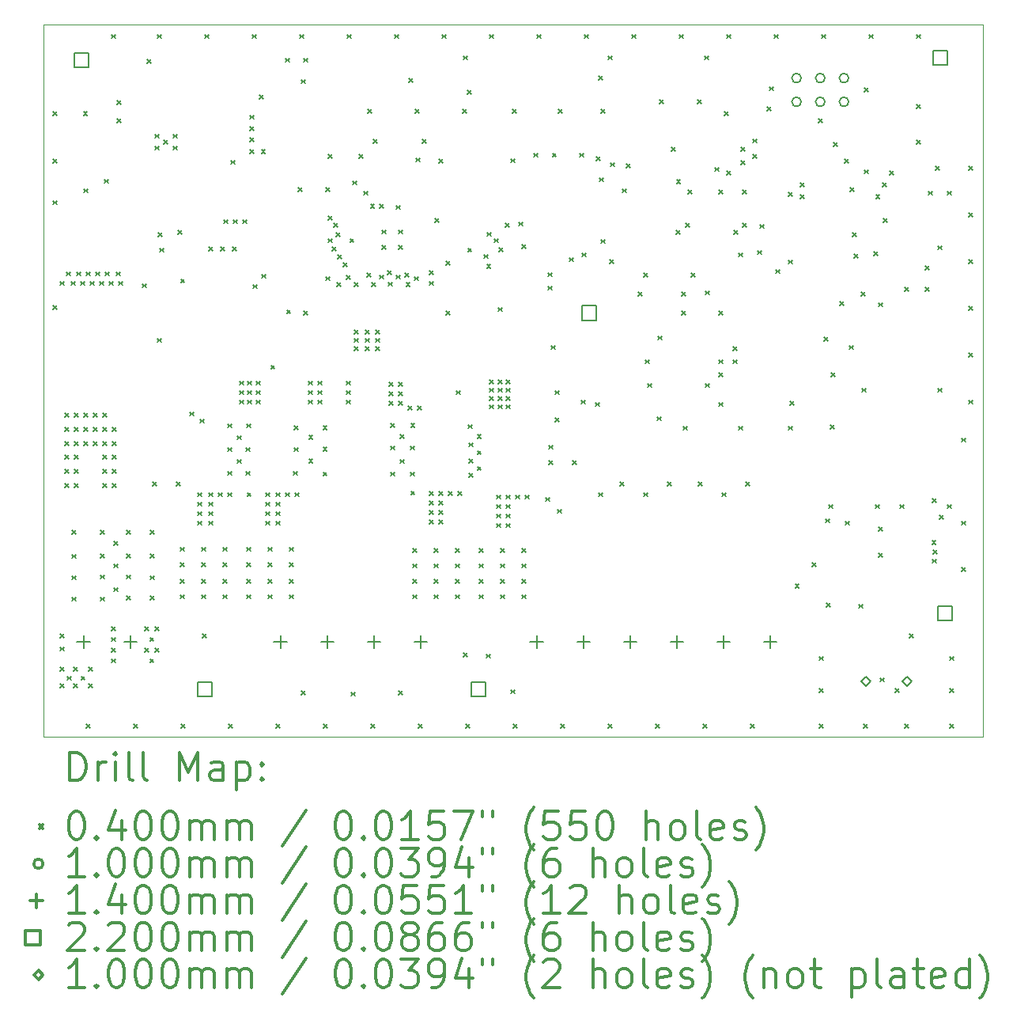
<source format=gbr>
%FSLAX45Y45*%
G04 Gerber Fmt 4.5, Leading zero omitted, Abs format (unit mm)*
G04 Created by KiCad (PCBNEW (5.1.10)-1) date 2021-12-10 01:06:31*
%MOMM*%
%LPD*%
G01*
G04 APERTURE LIST*
%TA.AperFunction,Profile*%
%ADD10C,0.050000*%
%TD*%
%ADD11C,0.200000*%
%ADD12C,0.300000*%
G04 APERTURE END LIST*
D10*
X18491200Y-6477000D02*
X8432800Y-6477000D01*
X18491200Y-14097000D02*
X18491200Y-6477000D01*
X8432800Y-14097000D02*
X18491200Y-14097000D01*
X8432800Y-6477000D02*
X8432800Y-14097000D01*
D11*
X8539800Y-7409500D02*
X8579800Y-7449500D01*
X8579800Y-7409500D02*
X8539800Y-7449500D01*
X8539800Y-7917500D02*
X8579800Y-7957500D01*
X8579800Y-7917500D02*
X8539800Y-7957500D01*
X8539800Y-8362000D02*
X8579800Y-8402000D01*
X8579800Y-8362000D02*
X8539800Y-8402000D01*
X8539800Y-9481000D02*
X8579800Y-9521000D01*
X8579800Y-9481000D02*
X8539800Y-9521000D01*
X8616000Y-9225600D02*
X8656000Y-9265600D01*
X8656000Y-9225600D02*
X8616000Y-9265600D01*
X8616000Y-12997500D02*
X8656000Y-13037500D01*
X8656000Y-12997500D02*
X8616000Y-13037500D01*
X8616000Y-13137200D02*
X8656000Y-13177200D01*
X8656000Y-13137200D02*
X8616000Y-13177200D01*
X8616000Y-13353100D02*
X8656000Y-13393100D01*
X8656000Y-13353100D02*
X8616000Y-13393100D01*
X8616000Y-13530900D02*
X8656000Y-13570900D01*
X8656000Y-13530900D02*
X8616000Y-13570900D01*
X8666800Y-10635300D02*
X8706800Y-10675300D01*
X8706800Y-10635300D02*
X8666800Y-10675300D01*
X8666800Y-10785300D02*
X8706800Y-10825300D01*
X8706800Y-10785300D02*
X8666800Y-10825300D01*
X8666800Y-10940100D02*
X8706800Y-10980100D01*
X8706800Y-10940100D02*
X8666800Y-10980100D01*
X8666800Y-11085300D02*
X8706800Y-11125300D01*
X8706800Y-11085300D02*
X8666800Y-11125300D01*
X8666800Y-11235300D02*
X8706800Y-11275300D01*
X8706800Y-11235300D02*
X8666800Y-11275300D01*
X8666800Y-11385300D02*
X8706800Y-11425300D01*
X8706800Y-11385300D02*
X8666800Y-11425300D01*
X8679500Y-9124000D02*
X8719500Y-9164000D01*
X8719500Y-9124000D02*
X8679500Y-9164000D01*
X8692200Y-13448350D02*
X8732200Y-13488350D01*
X8732200Y-13448350D02*
X8692200Y-13488350D01*
X8730300Y-9225600D02*
X8770300Y-9265600D01*
X8770300Y-9225600D02*
X8730300Y-9265600D01*
X8743000Y-11889400D02*
X8783000Y-11929400D01*
X8783000Y-11889400D02*
X8743000Y-11929400D01*
X8743000Y-12146600D02*
X8783000Y-12186600D01*
X8783000Y-12146600D02*
X8743000Y-12186600D01*
X8743000Y-12375200D02*
X8783000Y-12415200D01*
X8783000Y-12375200D02*
X8743000Y-12415200D01*
X8743000Y-12603800D02*
X8783000Y-12643800D01*
X8783000Y-12603800D02*
X8743000Y-12643800D01*
X8755700Y-13353100D02*
X8795700Y-13393100D01*
X8795700Y-13353100D02*
X8755700Y-13393100D01*
X8755700Y-13530900D02*
X8795700Y-13570900D01*
X8795700Y-13530900D02*
X8755700Y-13570900D01*
X8766000Y-10635300D02*
X8806000Y-10675300D01*
X8806000Y-10635300D02*
X8766000Y-10675300D01*
X8766000Y-10785300D02*
X8806000Y-10825300D01*
X8806000Y-10785300D02*
X8766000Y-10825300D01*
X8766000Y-10940100D02*
X8806000Y-10980100D01*
X8806000Y-10940100D02*
X8766000Y-10980100D01*
X8766000Y-11085300D02*
X8806000Y-11125300D01*
X8806000Y-11085300D02*
X8766000Y-11125300D01*
X8766000Y-11235300D02*
X8806000Y-11275300D01*
X8806000Y-11235300D02*
X8766000Y-11275300D01*
X8766000Y-11385300D02*
X8806000Y-11425300D01*
X8806000Y-11385300D02*
X8766000Y-11425300D01*
X8793800Y-9124000D02*
X8833800Y-9164000D01*
X8833800Y-9124000D02*
X8793800Y-9164000D01*
X8831900Y-9225600D02*
X8871900Y-9265600D01*
X8871900Y-9225600D02*
X8831900Y-9265600D01*
X8838250Y-13448350D02*
X8878250Y-13488350D01*
X8878250Y-13448350D02*
X8838250Y-13488350D01*
X8863650Y-7409500D02*
X8903650Y-7449500D01*
X8903650Y-7409500D02*
X8863650Y-7449500D01*
X8870000Y-8235000D02*
X8910000Y-8275000D01*
X8910000Y-8235000D02*
X8870000Y-8275000D01*
X8870000Y-10635300D02*
X8910000Y-10675300D01*
X8910000Y-10635300D02*
X8870000Y-10675300D01*
X8870000Y-10787700D02*
X8910000Y-10827700D01*
X8910000Y-10787700D02*
X8870000Y-10827700D01*
X8870000Y-10940100D02*
X8910000Y-10980100D01*
X8910000Y-10940100D02*
X8870000Y-10980100D01*
X8895400Y-9124000D02*
X8935400Y-9164000D01*
X8935400Y-9124000D02*
X8895400Y-9164000D01*
X8895400Y-13962700D02*
X8935400Y-14002700D01*
X8935400Y-13962700D02*
X8895400Y-14002700D01*
X8920800Y-13353100D02*
X8960800Y-13393100D01*
X8960800Y-13353100D02*
X8920800Y-13393100D01*
X8920800Y-13530900D02*
X8960800Y-13570900D01*
X8960800Y-13530900D02*
X8920800Y-13570900D01*
X8933500Y-9225600D02*
X8973500Y-9265600D01*
X8973500Y-9225600D02*
X8933500Y-9265600D01*
X8971600Y-10635300D02*
X9011600Y-10675300D01*
X9011600Y-10635300D02*
X8971600Y-10675300D01*
X8971600Y-10787700D02*
X9011600Y-10827700D01*
X9011600Y-10787700D02*
X8971600Y-10827700D01*
X8971600Y-10940100D02*
X9011600Y-10980100D01*
X9011600Y-10940100D02*
X8971600Y-10980100D01*
X8997000Y-9124000D02*
X9037000Y-9164000D01*
X9037000Y-9124000D02*
X8997000Y-9164000D01*
X9035100Y-9225600D02*
X9075100Y-9265600D01*
X9075100Y-9225600D02*
X9035100Y-9265600D01*
X9047800Y-11889400D02*
X9087800Y-11929400D01*
X9087800Y-11889400D02*
X9047800Y-11929400D01*
X9047800Y-12140200D02*
X9087800Y-12180200D01*
X9087800Y-12140200D02*
X9047800Y-12180200D01*
X9047800Y-12365600D02*
X9087800Y-12405600D01*
X9087800Y-12365600D02*
X9047800Y-12405600D01*
X9047800Y-12603800D02*
X9087800Y-12643800D01*
X9087800Y-12603800D02*
X9047800Y-12643800D01*
X9073200Y-10635300D02*
X9113200Y-10675300D01*
X9113200Y-10635300D02*
X9073200Y-10675300D01*
X9073200Y-10785300D02*
X9113200Y-10825300D01*
X9113200Y-10785300D02*
X9073200Y-10825300D01*
X9073200Y-10940100D02*
X9113200Y-10980100D01*
X9113200Y-10940100D02*
X9073200Y-10980100D01*
X9073200Y-11085300D02*
X9113200Y-11125300D01*
X9113200Y-11085300D02*
X9073200Y-11125300D01*
X9073200Y-11235300D02*
X9113200Y-11275300D01*
X9113200Y-11235300D02*
X9073200Y-11275300D01*
X9073200Y-11385300D02*
X9113200Y-11425300D01*
X9113200Y-11385300D02*
X9073200Y-11425300D01*
X9085900Y-8133400D02*
X9125900Y-8173400D01*
X9125900Y-8133400D02*
X9085900Y-8173400D01*
X9098600Y-9124000D02*
X9138600Y-9164000D01*
X9138600Y-9124000D02*
X9098600Y-9164000D01*
X9136700Y-9225600D02*
X9176700Y-9265600D01*
X9176700Y-9225600D02*
X9136700Y-9265600D01*
X9162100Y-13264200D02*
X9202100Y-13304200D01*
X9202100Y-13264200D02*
X9162100Y-13304200D01*
X9162100Y-6584000D02*
X9202100Y-6624000D01*
X9202100Y-6584000D02*
X9162100Y-6624000D01*
X9162100Y-12921300D02*
X9202100Y-12961300D01*
X9202100Y-12921300D02*
X9162100Y-12961300D01*
X9162100Y-13035600D02*
X9202100Y-13075600D01*
X9202100Y-13035600D02*
X9162100Y-13075600D01*
X9162100Y-13149900D02*
X9202100Y-13189900D01*
X9202100Y-13149900D02*
X9162100Y-13189900D01*
X9174800Y-10785300D02*
X9214800Y-10825300D01*
X9214800Y-10785300D02*
X9174800Y-10825300D01*
X9174800Y-10940100D02*
X9214800Y-10980100D01*
X9214800Y-10940100D02*
X9174800Y-10980100D01*
X9174800Y-11085300D02*
X9214800Y-11125300D01*
X9214800Y-11085300D02*
X9174800Y-11125300D01*
X9174800Y-11235300D02*
X9214800Y-11275300D01*
X9214800Y-11235300D02*
X9174800Y-11275300D01*
X9174800Y-11385300D02*
X9214800Y-11425300D01*
X9214800Y-11385300D02*
X9174800Y-11425300D01*
X9187500Y-12006900D02*
X9227500Y-12046900D01*
X9227500Y-12006900D02*
X9187500Y-12046900D01*
X9187500Y-12248200D02*
X9227500Y-12288200D01*
X9227500Y-12248200D02*
X9187500Y-12288200D01*
X9187500Y-12502200D02*
X9227500Y-12542200D01*
X9227500Y-12502200D02*
X9187500Y-12542200D01*
X9212900Y-9124000D02*
X9252900Y-9164000D01*
X9252900Y-9124000D02*
X9212900Y-9164000D01*
X9225600Y-7288850D02*
X9265600Y-7328850D01*
X9265600Y-7288850D02*
X9225600Y-7328850D01*
X9225600Y-7485700D02*
X9265600Y-7525700D01*
X9265600Y-7485700D02*
X9225600Y-7525700D01*
X9238300Y-9225600D02*
X9278300Y-9265600D01*
X9278300Y-9225600D02*
X9238300Y-9265600D01*
X9327200Y-11889400D02*
X9367200Y-11929400D01*
X9367200Y-11889400D02*
X9327200Y-11929400D01*
X9327200Y-12140200D02*
X9367200Y-12180200D01*
X9367200Y-12140200D02*
X9327200Y-12180200D01*
X9327200Y-12365600D02*
X9367200Y-12405600D01*
X9367200Y-12365600D02*
X9327200Y-12405600D01*
X9327200Y-12591000D02*
X9367200Y-12631000D01*
X9367200Y-12591000D02*
X9327200Y-12631000D01*
X9403400Y-13962700D02*
X9443400Y-14002700D01*
X9443400Y-13962700D02*
X9403400Y-14002700D01*
X9492300Y-9251000D02*
X9532300Y-9291000D01*
X9532300Y-9251000D02*
X9492300Y-9291000D01*
X9517700Y-12921300D02*
X9557700Y-12961300D01*
X9557700Y-12921300D02*
X9517700Y-12961300D01*
X9517700Y-13149900D02*
X9557700Y-13189900D01*
X9557700Y-13149900D02*
X9517700Y-13189900D01*
X9543100Y-6850700D02*
X9583100Y-6890700D01*
X9583100Y-6850700D02*
X9543100Y-6890700D01*
X9574850Y-13035600D02*
X9614850Y-13075600D01*
X9614850Y-13035600D02*
X9574850Y-13075600D01*
X9574850Y-13264200D02*
X9614850Y-13304200D01*
X9614850Y-13264200D02*
X9574850Y-13304200D01*
X9581200Y-11889400D02*
X9621200Y-11929400D01*
X9621200Y-11889400D02*
X9581200Y-11929400D01*
X9581200Y-12140200D02*
X9621200Y-12180200D01*
X9621200Y-12140200D02*
X9581200Y-12180200D01*
X9581200Y-12375200D02*
X9621200Y-12415200D01*
X9621200Y-12375200D02*
X9581200Y-12415200D01*
X9581200Y-12591000D02*
X9621200Y-12631000D01*
X9621200Y-12591000D02*
X9581200Y-12631000D01*
X9606600Y-11371900D02*
X9646600Y-11411900D01*
X9646600Y-11371900D02*
X9606600Y-11411900D01*
X9632000Y-7650800D02*
X9672000Y-7690800D01*
X9672000Y-7650800D02*
X9632000Y-7690800D01*
X9632000Y-7777800D02*
X9672000Y-7817800D01*
X9672000Y-7777800D02*
X9632000Y-7817800D01*
X9632000Y-12921300D02*
X9672000Y-12961300D01*
X9672000Y-12921300D02*
X9632000Y-12961300D01*
X9632000Y-13149900D02*
X9672000Y-13189900D01*
X9672000Y-13149900D02*
X9632000Y-13189900D01*
X9654860Y-9835200D02*
X9694860Y-9875200D01*
X9694860Y-9835200D02*
X9654860Y-9875200D01*
X9657400Y-6584000D02*
X9697400Y-6624000D01*
X9697400Y-6584000D02*
X9657400Y-6624000D01*
X9663750Y-8704900D02*
X9703750Y-8744900D01*
X9703750Y-8704900D02*
X9663750Y-8744900D01*
X9682800Y-8870000D02*
X9722800Y-8910000D01*
X9722800Y-8870000D02*
X9682800Y-8910000D01*
X9720900Y-7714300D02*
X9760900Y-7754300D01*
X9760900Y-7714300D02*
X9720900Y-7754300D01*
X9822500Y-7650800D02*
X9862500Y-7690800D01*
X9862500Y-7650800D02*
X9822500Y-7690800D01*
X9822500Y-7777800D02*
X9862500Y-7817800D01*
X9862500Y-7777800D02*
X9822500Y-7817800D01*
X9860600Y-11371900D02*
X9900600Y-11411900D01*
X9900600Y-11371900D02*
X9860600Y-11411900D01*
X9873300Y-8679500D02*
X9913300Y-8719500D01*
X9913300Y-8679500D02*
X9873300Y-8719500D01*
X9898700Y-12070400D02*
X9938700Y-12110400D01*
X9938700Y-12070400D02*
X9898700Y-12110400D01*
X9898700Y-12235500D02*
X9938700Y-12275500D01*
X9938700Y-12235500D02*
X9898700Y-12275500D01*
X9898700Y-12413300D02*
X9938700Y-12453300D01*
X9938700Y-12413300D02*
X9898700Y-12453300D01*
X9898700Y-12578400D02*
X9938700Y-12618400D01*
X9938700Y-12578400D02*
X9898700Y-12618400D01*
X9905050Y-9200200D02*
X9945050Y-9240200D01*
X9945050Y-9200200D02*
X9905050Y-9240200D01*
X9911400Y-13962700D02*
X9951400Y-14002700D01*
X9951400Y-13962700D02*
X9911400Y-14002700D01*
X10000300Y-10622600D02*
X10040300Y-10662600D01*
X10040300Y-10622600D02*
X10000300Y-10662600D01*
X10089200Y-11486200D02*
X10129200Y-11526200D01*
X10129200Y-11486200D02*
X10089200Y-11526200D01*
X10089200Y-11587800D02*
X10129200Y-11627800D01*
X10129200Y-11587800D02*
X10089200Y-11627800D01*
X10089200Y-11689400D02*
X10129200Y-11729400D01*
X10129200Y-11689400D02*
X10089200Y-11729400D01*
X10089200Y-11791000D02*
X10129200Y-11831000D01*
X10129200Y-11791000D02*
X10089200Y-11831000D01*
X10114600Y-10698800D02*
X10154600Y-10738800D01*
X10154600Y-10698800D02*
X10114600Y-10738800D01*
X10127300Y-12070400D02*
X10167300Y-12110400D01*
X10167300Y-12070400D02*
X10127300Y-12110400D01*
X10127300Y-12235500D02*
X10167300Y-12275500D01*
X10167300Y-12235500D02*
X10127300Y-12275500D01*
X10127300Y-12413300D02*
X10167300Y-12453300D01*
X10167300Y-12413300D02*
X10127300Y-12453300D01*
X10127300Y-12578400D02*
X10167300Y-12618400D01*
X10167300Y-12578400D02*
X10127300Y-12618400D01*
X10140000Y-12997500D02*
X10180000Y-13037500D01*
X10180000Y-12997500D02*
X10140000Y-13037500D01*
X10165400Y-6584000D02*
X10205400Y-6624000D01*
X10205400Y-6584000D02*
X10165400Y-6624000D01*
X10203500Y-8857300D02*
X10243500Y-8897300D01*
X10243500Y-8857300D02*
X10203500Y-8897300D01*
X10203500Y-11486200D02*
X10243500Y-11526200D01*
X10243500Y-11486200D02*
X10203500Y-11526200D01*
X10203500Y-11587800D02*
X10243500Y-11627800D01*
X10243500Y-11587800D02*
X10203500Y-11627800D01*
X10203500Y-11689400D02*
X10243500Y-11729400D01*
X10243500Y-11689400D02*
X10203500Y-11729400D01*
X10203500Y-11791000D02*
X10243500Y-11831000D01*
X10243500Y-11791000D02*
X10203500Y-11831000D01*
X10305100Y-11486200D02*
X10345100Y-11526200D01*
X10345100Y-11486200D02*
X10305100Y-11526200D01*
X10330500Y-8857300D02*
X10370500Y-8897300D01*
X10370500Y-8857300D02*
X10330500Y-8897300D01*
X10355900Y-12070400D02*
X10395900Y-12110400D01*
X10395900Y-12070400D02*
X10355900Y-12110400D01*
X10355900Y-12235500D02*
X10395900Y-12275500D01*
X10395900Y-12235500D02*
X10355900Y-12275500D01*
X10355900Y-12413300D02*
X10395900Y-12453300D01*
X10395900Y-12413300D02*
X10355900Y-12453300D01*
X10355900Y-12578400D02*
X10395900Y-12618400D01*
X10395900Y-12578400D02*
X10355900Y-12618400D01*
X10368600Y-8565200D02*
X10408600Y-8605200D01*
X10408600Y-8565200D02*
X10368600Y-8605200D01*
X10406700Y-10749600D02*
X10446700Y-10789600D01*
X10446700Y-10749600D02*
X10406700Y-10789600D01*
X10406700Y-11003600D02*
X10446700Y-11043600D01*
X10446700Y-11003600D02*
X10406700Y-11043600D01*
X10406700Y-11257600D02*
X10446700Y-11297600D01*
X10446700Y-11257600D02*
X10406700Y-11297600D01*
X10406700Y-11486200D02*
X10446700Y-11526200D01*
X10446700Y-11486200D02*
X10406700Y-11526200D01*
X10419400Y-13962700D02*
X10459400Y-14002700D01*
X10459400Y-13962700D02*
X10419400Y-14002700D01*
X10444800Y-7930200D02*
X10484800Y-7970200D01*
X10484800Y-7930200D02*
X10444800Y-7970200D01*
X10457500Y-8857300D02*
X10497500Y-8897300D01*
X10497500Y-8857300D02*
X10457500Y-8897300D01*
X10470200Y-8565200D02*
X10510200Y-8605200D01*
X10510200Y-8565200D02*
X10470200Y-8605200D01*
X10508300Y-10876600D02*
X10548300Y-10916600D01*
X10548300Y-10876600D02*
X10508300Y-10916600D01*
X10508300Y-11130600D02*
X10548300Y-11170600D01*
X10548300Y-11130600D02*
X10508300Y-11170600D01*
X10533700Y-10292400D02*
X10573700Y-10332400D01*
X10573700Y-10292400D02*
X10533700Y-10332400D01*
X10533700Y-10394000D02*
X10573700Y-10434000D01*
X10573700Y-10394000D02*
X10533700Y-10434000D01*
X10533700Y-10495600D02*
X10573700Y-10535600D01*
X10573700Y-10495600D02*
X10533700Y-10535600D01*
X10571800Y-8565200D02*
X10611800Y-8605200D01*
X10611800Y-8565200D02*
X10571800Y-8605200D01*
X10603550Y-11003600D02*
X10643550Y-11043600D01*
X10643550Y-11003600D02*
X10603550Y-11043600D01*
X10603550Y-11257600D02*
X10643550Y-11297600D01*
X10643550Y-11257600D02*
X10603550Y-11297600D01*
X10609900Y-10749600D02*
X10649900Y-10789600D01*
X10649900Y-10749600D02*
X10609900Y-10789600D01*
X10609900Y-12070400D02*
X10649900Y-12110400D01*
X10649900Y-12070400D02*
X10609900Y-12110400D01*
X10609900Y-12235500D02*
X10649900Y-12275500D01*
X10649900Y-12235500D02*
X10609900Y-12275500D01*
X10609900Y-12413300D02*
X10649900Y-12453300D01*
X10649900Y-12413300D02*
X10609900Y-12453300D01*
X10609900Y-12578400D02*
X10649900Y-12618400D01*
X10649900Y-12578400D02*
X10609900Y-12618400D01*
X10616250Y-11486200D02*
X10656250Y-11526200D01*
X10656250Y-11486200D02*
X10616250Y-11526200D01*
X10622600Y-10292400D02*
X10662600Y-10332400D01*
X10662600Y-10292400D02*
X10622600Y-10332400D01*
X10622600Y-10394000D02*
X10662600Y-10434000D01*
X10662600Y-10394000D02*
X10622600Y-10434000D01*
X10622600Y-10495600D02*
X10662600Y-10535600D01*
X10662600Y-10495600D02*
X10622600Y-10535600D01*
X10648000Y-7447600D02*
X10688000Y-7487600D01*
X10688000Y-7447600D02*
X10648000Y-7487600D01*
X10648000Y-7568250D02*
X10688000Y-7608250D01*
X10688000Y-7568250D02*
X10648000Y-7608250D01*
X10648000Y-7688900D02*
X10688000Y-7728900D01*
X10688000Y-7688900D02*
X10648000Y-7728900D01*
X10648000Y-7815900D02*
X10688000Y-7855900D01*
X10688000Y-7815900D02*
X10648000Y-7855900D01*
X10673400Y-6584000D02*
X10713400Y-6624000D01*
X10713400Y-6584000D02*
X10673400Y-6624000D01*
X10682401Y-9257350D02*
X10722401Y-9297350D01*
X10722401Y-9257350D02*
X10682401Y-9297350D01*
X10711500Y-10292400D02*
X10751500Y-10332400D01*
X10751500Y-10292400D02*
X10711500Y-10332400D01*
X10711500Y-10394000D02*
X10751500Y-10434000D01*
X10751500Y-10394000D02*
X10711500Y-10434000D01*
X10711500Y-10495600D02*
X10751500Y-10535600D01*
X10751500Y-10495600D02*
X10711500Y-10535600D01*
X10749600Y-7231700D02*
X10789600Y-7271700D01*
X10789600Y-7231700D02*
X10749600Y-7271700D01*
X10768650Y-7815900D02*
X10808650Y-7855900D01*
X10808650Y-7815900D02*
X10768650Y-7855900D01*
X10775000Y-9149400D02*
X10815000Y-9189400D01*
X10815000Y-9149400D02*
X10775000Y-9189400D01*
X10813100Y-11486200D02*
X10853100Y-11526200D01*
X10853100Y-11486200D02*
X10813100Y-11526200D01*
X10813100Y-11587800D02*
X10853100Y-11627800D01*
X10853100Y-11587800D02*
X10813100Y-11627800D01*
X10813100Y-11689400D02*
X10853100Y-11729400D01*
X10853100Y-11689400D02*
X10813100Y-11729400D01*
X10813100Y-11791000D02*
X10853100Y-11831000D01*
X10853100Y-11791000D02*
X10813100Y-11831000D01*
X10838500Y-12070400D02*
X10878500Y-12110400D01*
X10878500Y-12070400D02*
X10838500Y-12110400D01*
X10838500Y-12235500D02*
X10878500Y-12275500D01*
X10878500Y-12235500D02*
X10838500Y-12275500D01*
X10838500Y-12413300D02*
X10878500Y-12453300D01*
X10878500Y-12413300D02*
X10838500Y-12453300D01*
X10838500Y-12578400D02*
X10878500Y-12618400D01*
X10878500Y-12578400D02*
X10838500Y-12618400D01*
X10870250Y-10120950D02*
X10910250Y-10160950D01*
X10910250Y-10120950D02*
X10870250Y-10160950D01*
X10927400Y-11486200D02*
X10967400Y-11526200D01*
X10967400Y-11486200D02*
X10927400Y-11526200D01*
X10927400Y-11587800D02*
X10967400Y-11627800D01*
X10967400Y-11587800D02*
X10927400Y-11627800D01*
X10927400Y-11689400D02*
X10967400Y-11729400D01*
X10967400Y-11689400D02*
X10927400Y-11729400D01*
X10927400Y-11791000D02*
X10967400Y-11831000D01*
X10967400Y-11791000D02*
X10927400Y-11831000D01*
X10927400Y-13962700D02*
X10967400Y-14002700D01*
X10967400Y-13962700D02*
X10927400Y-14002700D01*
X11029000Y-6838000D02*
X11069000Y-6878000D01*
X11069000Y-6838000D02*
X11029000Y-6878000D01*
X11029000Y-11486200D02*
X11069000Y-11526200D01*
X11069000Y-11486200D02*
X11029000Y-11526200D01*
X11039103Y-9530400D02*
X11079103Y-9570400D01*
X11079103Y-9530400D02*
X11039103Y-9570400D01*
X11067100Y-12070400D02*
X11107100Y-12110400D01*
X11107100Y-12070400D02*
X11067100Y-12110400D01*
X11067100Y-12235500D02*
X11107100Y-12275500D01*
X11107100Y-12235500D02*
X11067100Y-12275500D01*
X11067100Y-12413300D02*
X11107100Y-12453300D01*
X11107100Y-12413300D02*
X11067100Y-12453300D01*
X11067100Y-12578400D02*
X11107100Y-12618400D01*
X11107100Y-12578400D02*
X11067100Y-12618400D01*
X11111550Y-11257600D02*
X11151550Y-11297600D01*
X11151550Y-11257600D02*
X11111550Y-11297600D01*
X11117900Y-10768650D02*
X11157900Y-10808650D01*
X11157900Y-10768650D02*
X11117900Y-10808650D01*
X11117900Y-11003600D02*
X11157900Y-11043600D01*
X11157900Y-11003600D02*
X11117900Y-11043600D01*
X11130600Y-11486200D02*
X11170600Y-11526200D01*
X11170600Y-11486200D02*
X11130600Y-11526200D01*
X11162350Y-8222300D02*
X11202350Y-8262300D01*
X11202350Y-8222300D02*
X11162350Y-8262300D01*
X11181400Y-6584000D02*
X11221400Y-6624000D01*
X11221400Y-6584000D02*
X11181400Y-6624000D01*
X11194100Y-7066600D02*
X11234100Y-7106600D01*
X11234100Y-7066600D02*
X11194100Y-7106600D01*
X11194100Y-13607100D02*
X11234100Y-13647100D01*
X11234100Y-13607100D02*
X11194100Y-13647100D01*
X11219500Y-6838000D02*
X11259500Y-6878000D01*
X11259500Y-6838000D02*
X11219500Y-6878000D01*
X11219500Y-9543100D02*
X11259500Y-9583100D01*
X11259500Y-9543100D02*
X11219500Y-9583100D01*
X11270300Y-10292400D02*
X11310300Y-10332400D01*
X11310300Y-10292400D02*
X11270300Y-10332400D01*
X11270300Y-10394000D02*
X11310300Y-10434000D01*
X11310300Y-10394000D02*
X11270300Y-10434000D01*
X11270300Y-10495600D02*
X11310300Y-10535600D01*
X11310300Y-10495600D02*
X11270300Y-10535600D01*
X11276650Y-10870250D02*
X11316650Y-10910250D01*
X11316650Y-10870250D02*
X11276650Y-10910250D01*
X11276650Y-11124250D02*
X11316650Y-11164250D01*
X11316650Y-11124250D02*
X11276650Y-11164250D01*
X11371900Y-10292400D02*
X11411900Y-10332400D01*
X11411900Y-10292400D02*
X11371900Y-10332400D01*
X11371900Y-10394000D02*
X11411900Y-10434000D01*
X11411900Y-10394000D02*
X11371900Y-10434000D01*
X11371900Y-10495600D02*
X11411900Y-10535600D01*
X11411900Y-10495600D02*
X11371900Y-10535600D01*
X11429050Y-10768650D02*
X11469050Y-10808650D01*
X11469050Y-10768650D02*
X11429050Y-10808650D01*
X11429050Y-10997250D02*
X11469050Y-11037250D01*
X11469050Y-10997250D02*
X11429050Y-11037250D01*
X11429050Y-11263950D02*
X11469050Y-11303950D01*
X11469050Y-11263950D02*
X11429050Y-11303950D01*
X11435400Y-13962700D02*
X11475400Y-14002700D01*
X11475400Y-13962700D02*
X11435400Y-14002700D01*
X11460800Y-8222300D02*
X11500800Y-8262300D01*
X11500800Y-8222300D02*
X11460800Y-8262300D01*
X11460800Y-9174800D02*
X11500800Y-9214800D01*
X11500800Y-9174800D02*
X11460800Y-9214800D01*
X11485926Y-8524503D02*
X11525926Y-8564503D01*
X11525926Y-8524503D02*
X11485926Y-8564503D01*
X11486200Y-7866700D02*
X11526200Y-7906700D01*
X11526200Y-7866700D02*
X11486200Y-7906700D01*
X11486200Y-8768400D02*
X11526200Y-8808400D01*
X11526200Y-8768400D02*
X11486200Y-8808400D01*
X11528233Y-8859139D02*
X11568233Y-8899139D01*
X11568233Y-8859139D02*
X11528233Y-8899139D01*
X11546274Y-8604446D02*
X11586274Y-8644446D01*
X11586274Y-8604446D02*
X11546274Y-8644446D01*
X11570258Y-8701528D02*
X11610258Y-8741528D01*
X11610258Y-8701528D02*
X11570258Y-8741528D01*
X11575100Y-9238300D02*
X11615100Y-9278300D01*
X11615100Y-9238300D02*
X11575100Y-9278300D01*
X11584701Y-8941671D02*
X11624701Y-8981671D01*
X11624701Y-8941671D02*
X11584701Y-8981671D01*
X11643376Y-9022649D02*
X11683376Y-9062649D01*
X11683376Y-9022649D02*
X11643376Y-9062649D01*
X11676700Y-9162100D02*
X11716700Y-9202100D01*
X11716700Y-9162100D02*
X11676700Y-9202100D01*
X11676700Y-10292400D02*
X11716700Y-10332400D01*
X11716700Y-10292400D02*
X11676700Y-10332400D01*
X11676700Y-10394000D02*
X11716700Y-10434000D01*
X11716700Y-10394000D02*
X11676700Y-10434000D01*
X11676700Y-10495600D02*
X11716700Y-10535600D01*
X11716700Y-10495600D02*
X11676700Y-10535600D01*
X11689400Y-6584000D02*
X11729400Y-6624000D01*
X11729400Y-6584000D02*
X11689400Y-6624000D01*
X11716801Y-8768347D02*
X11756801Y-8808347D01*
X11756801Y-8768347D02*
X11716801Y-8808347D01*
X11727500Y-13619800D02*
X11767500Y-13659800D01*
X11767500Y-13619800D02*
X11727500Y-13659800D01*
X11743434Y-8149334D02*
X11783434Y-8189334D01*
X11783434Y-8149334D02*
X11743434Y-8189334D01*
X11765600Y-9238300D02*
X11805600Y-9278300D01*
X11805600Y-9238300D02*
X11765600Y-9278300D01*
X11765600Y-9746300D02*
X11805600Y-9786300D01*
X11805600Y-9746300D02*
X11765600Y-9786300D01*
X11765600Y-9835200D02*
X11805600Y-9875200D01*
X11805600Y-9835200D02*
X11765600Y-9875200D01*
X11765600Y-9924100D02*
X11805600Y-9964100D01*
X11805600Y-9924100D02*
X11765600Y-9964100D01*
X11816400Y-7866700D02*
X11856400Y-7906700D01*
X11856400Y-7866700D02*
X11816400Y-7906700D01*
X11867200Y-8260400D02*
X11907200Y-8300400D01*
X11907200Y-8260400D02*
X11867200Y-8300400D01*
X11879900Y-9746300D02*
X11919900Y-9786300D01*
X11919900Y-9746300D02*
X11879900Y-9786300D01*
X11879900Y-9835200D02*
X11919900Y-9875200D01*
X11919900Y-9835200D02*
X11879900Y-9875200D01*
X11879900Y-9924100D02*
X11919900Y-9964100D01*
X11919900Y-9924100D02*
X11879900Y-9964100D01*
X11898950Y-9136699D02*
X11938950Y-9176699D01*
X11938950Y-9136699D02*
X11898950Y-9176699D01*
X11905300Y-7384100D02*
X11945300Y-7424100D01*
X11945300Y-7384100D02*
X11905300Y-7424100D01*
X11936485Y-8400449D02*
X11976485Y-8440449D01*
X11976485Y-8400449D02*
X11936485Y-8440449D01*
X11943400Y-13962700D02*
X11983400Y-14002700D01*
X11983400Y-13962700D02*
X11943400Y-14002700D01*
X11949750Y-9238300D02*
X11989750Y-9278300D01*
X11989750Y-9238300D02*
X11949750Y-9278300D01*
X11967900Y-7702500D02*
X12007900Y-7742500D01*
X12007900Y-7702500D02*
X11967900Y-7742500D01*
X11994200Y-9746300D02*
X12034200Y-9786300D01*
X12034200Y-9746300D02*
X11994200Y-9786300D01*
X11994200Y-9835200D02*
X12034200Y-9875200D01*
X12034200Y-9835200D02*
X11994200Y-9875200D01*
X11994200Y-9924100D02*
X12034200Y-9964100D01*
X12034200Y-9924100D02*
X11994200Y-9964100D01*
X12032087Y-9155832D02*
X12072087Y-9195832D01*
X12072087Y-9155832D02*
X12032087Y-9195832D01*
X12036399Y-8396261D02*
X12076399Y-8436261D01*
X12076399Y-8396261D02*
X12036399Y-8436261D01*
X12057700Y-8673150D02*
X12097700Y-8713150D01*
X12097700Y-8673150D02*
X12057700Y-8713150D01*
X12057700Y-8838250D02*
X12097700Y-8878250D01*
X12097700Y-8838250D02*
X12057700Y-8878250D01*
X12120212Y-9108566D02*
X12160212Y-9148566D01*
X12160212Y-9108566D02*
X12120212Y-9148566D01*
X12127550Y-9231950D02*
X12167550Y-9271950D01*
X12167550Y-9231950D02*
X12127550Y-9271950D01*
X12133900Y-10305100D02*
X12173900Y-10345100D01*
X12173900Y-10305100D02*
X12133900Y-10345100D01*
X12133900Y-10406700D02*
X12173900Y-10446700D01*
X12173900Y-10406700D02*
X12133900Y-10446700D01*
X12133900Y-10508300D02*
X12173900Y-10548300D01*
X12173900Y-10508300D02*
X12133900Y-10548300D01*
X12152950Y-10743250D02*
X12192950Y-10783250D01*
X12192950Y-10743250D02*
X12152950Y-10783250D01*
X12152950Y-10984550D02*
X12192950Y-11024550D01*
X12192950Y-10984550D02*
X12152950Y-11024550D01*
X12152950Y-11263950D02*
X12192950Y-11303950D01*
X12192950Y-11263950D02*
X12152950Y-11303950D01*
X12197400Y-6584000D02*
X12237400Y-6624000D01*
X12237400Y-6584000D02*
X12197400Y-6624000D01*
X12209730Y-9157424D02*
X12249730Y-9197424D01*
X12249730Y-9157424D02*
X12209730Y-9197424D01*
X12210100Y-8412800D02*
X12250100Y-8452800D01*
X12250100Y-8412800D02*
X12210100Y-8452800D01*
X12235500Y-8673150D02*
X12275500Y-8713150D01*
X12275500Y-8673150D02*
X12235500Y-8713150D01*
X12235500Y-8838250D02*
X12275500Y-8878250D01*
X12275500Y-8838250D02*
X12235500Y-8878250D01*
X12235500Y-10305100D02*
X12275500Y-10345100D01*
X12275500Y-10305100D02*
X12235500Y-10345100D01*
X12235500Y-10406700D02*
X12275500Y-10446700D01*
X12275500Y-10406700D02*
X12235500Y-10446700D01*
X12235500Y-10508300D02*
X12275500Y-10548300D01*
X12275500Y-10508300D02*
X12235500Y-10548300D01*
X12235500Y-13607100D02*
X12275500Y-13647100D01*
X12275500Y-13607100D02*
X12235500Y-13647100D01*
X12254550Y-10863900D02*
X12294550Y-10903900D01*
X12294550Y-10863900D02*
X12254550Y-10903900D01*
X12254550Y-11130600D02*
X12294550Y-11170600D01*
X12294550Y-11130600D02*
X12254550Y-11170600D01*
X12306974Y-9134103D02*
X12346974Y-9174103D01*
X12346974Y-9134103D02*
X12306974Y-9174103D01*
X12318050Y-9238300D02*
X12358050Y-9278300D01*
X12358050Y-9238300D02*
X12318050Y-9278300D01*
X12337100Y-10559100D02*
X12377100Y-10599100D01*
X12377100Y-10559100D02*
X12337100Y-10599100D01*
X12349800Y-7053900D02*
X12389800Y-7093900D01*
X12389800Y-7053900D02*
X12349800Y-7093900D01*
X12362500Y-10984550D02*
X12402500Y-11024550D01*
X12402500Y-10984550D02*
X12362500Y-11024550D01*
X12362500Y-11263950D02*
X12402500Y-11303950D01*
X12402500Y-11263950D02*
X12362500Y-11303950D01*
X12368850Y-10743250D02*
X12408850Y-10783250D01*
X12408850Y-10743250D02*
X12368850Y-10783250D01*
X12368850Y-11467150D02*
X12408850Y-11507150D01*
X12408850Y-11467150D02*
X12368850Y-11507150D01*
X12387900Y-12083100D02*
X12427900Y-12123100D01*
X12427900Y-12083100D02*
X12387900Y-12123100D01*
X12387900Y-12248200D02*
X12427900Y-12288200D01*
X12427900Y-12248200D02*
X12387900Y-12288200D01*
X12387900Y-12578400D02*
X12427900Y-12618400D01*
X12427900Y-12578400D02*
X12387900Y-12618400D01*
X12387900Y-12413300D02*
X12427900Y-12453300D01*
X12427900Y-12413300D02*
X12387900Y-12453300D01*
X12408084Y-9173578D02*
X12448084Y-9213578D01*
X12448084Y-9173578D02*
X12408084Y-9213578D01*
X12413300Y-7384100D02*
X12453300Y-7424100D01*
X12453300Y-7384100D02*
X12413300Y-7424100D01*
X12426000Y-7904800D02*
X12466000Y-7944800D01*
X12466000Y-7904800D02*
X12426000Y-7944800D01*
X12438700Y-10559100D02*
X12478700Y-10599100D01*
X12478700Y-10559100D02*
X12438700Y-10599100D01*
X12451400Y-13962700D02*
X12491400Y-14002700D01*
X12491400Y-13962700D02*
X12451400Y-14002700D01*
X12488600Y-7702500D02*
X12528600Y-7742500D01*
X12528600Y-7702500D02*
X12488600Y-7742500D01*
X12565700Y-9111300D02*
X12605700Y-9151300D01*
X12605700Y-9111300D02*
X12565700Y-9151300D01*
X12565700Y-9225600D02*
X12605700Y-9265600D01*
X12605700Y-9225600D02*
X12565700Y-9265600D01*
X12565700Y-11473500D02*
X12605700Y-11513500D01*
X12605700Y-11473500D02*
X12565700Y-11513500D01*
X12565700Y-11575100D02*
X12605700Y-11615100D01*
X12605700Y-11575100D02*
X12565700Y-11615100D01*
X12565700Y-11676700D02*
X12605700Y-11716700D01*
X12605700Y-11676700D02*
X12565700Y-11716700D01*
X12565700Y-11778300D02*
X12605700Y-11818300D01*
X12605700Y-11778300D02*
X12565700Y-11818300D01*
X12616500Y-12083100D02*
X12656500Y-12123100D01*
X12656500Y-12083100D02*
X12616500Y-12123100D01*
X12616500Y-12248200D02*
X12656500Y-12288200D01*
X12656500Y-12248200D02*
X12616500Y-12288200D01*
X12616500Y-12413300D02*
X12656500Y-12453300D01*
X12656500Y-12413300D02*
X12616500Y-12453300D01*
X12616500Y-12578400D02*
X12656500Y-12618400D01*
X12656500Y-12578400D02*
X12616500Y-12618400D01*
X12629200Y-8552500D02*
X12669200Y-8592500D01*
X12669200Y-8552500D02*
X12629200Y-8592500D01*
X12667300Y-7917500D02*
X12707300Y-7957500D01*
X12707300Y-7917500D02*
X12667300Y-7957500D01*
X12667300Y-11473500D02*
X12707300Y-11513500D01*
X12707300Y-11473500D02*
X12667300Y-11513500D01*
X12667300Y-11575100D02*
X12707300Y-11615100D01*
X12707300Y-11575100D02*
X12667300Y-11615100D01*
X12667300Y-11676700D02*
X12707300Y-11716700D01*
X12707300Y-11676700D02*
X12667300Y-11716700D01*
X12667300Y-11778300D02*
X12707300Y-11818300D01*
X12707300Y-11778300D02*
X12667300Y-11818300D01*
X12705400Y-6584000D02*
X12745400Y-6624000D01*
X12745400Y-6584000D02*
X12705400Y-6624000D01*
X12743500Y-9009700D02*
X12783500Y-9049700D01*
X12783500Y-9009700D02*
X12743500Y-9049700D01*
X12743500Y-9543100D02*
X12783500Y-9583100D01*
X12783500Y-9543100D02*
X12743500Y-9583100D01*
X12768900Y-11473500D02*
X12808900Y-11513500D01*
X12808900Y-11473500D02*
X12768900Y-11513500D01*
X12845100Y-12083100D02*
X12885100Y-12123100D01*
X12885100Y-12083100D02*
X12845100Y-12123100D01*
X12845100Y-12248200D02*
X12885100Y-12288200D01*
X12885100Y-12248200D02*
X12845100Y-12288200D01*
X12845100Y-12413300D02*
X12885100Y-12453300D01*
X12885100Y-12413300D02*
X12845100Y-12453300D01*
X12845100Y-12578400D02*
X12885100Y-12618400D01*
X12885100Y-12578400D02*
X12845100Y-12618400D01*
X12857800Y-10394000D02*
X12897800Y-10434000D01*
X12897800Y-10394000D02*
X12857800Y-10434000D01*
X12870500Y-11473500D02*
X12910500Y-11513500D01*
X12910500Y-11473500D02*
X12870500Y-11513500D01*
X12921300Y-7384100D02*
X12961300Y-7424100D01*
X12961300Y-7384100D02*
X12921300Y-7424100D01*
X12934000Y-6812600D02*
X12974000Y-6852600D01*
X12974000Y-6812600D02*
X12934000Y-6852600D01*
X12934000Y-13200700D02*
X12974000Y-13240700D01*
X12974000Y-13200700D02*
X12934000Y-13240700D01*
X12959400Y-13962700D02*
X12999400Y-14002700D01*
X12999400Y-13962700D02*
X12959400Y-14002700D01*
X12972100Y-7180900D02*
X13012100Y-7220900D01*
X13012100Y-7180900D02*
X12972100Y-7220900D01*
X12978450Y-8870000D02*
X13018450Y-8910000D01*
X13018450Y-8870000D02*
X12978450Y-8910000D01*
X12984800Y-10755950D02*
X13024800Y-10795950D01*
X13024800Y-10755950D02*
X12984800Y-10795950D01*
X12991150Y-10952800D02*
X13031150Y-10992800D01*
X13031150Y-10952800D02*
X12991150Y-10992800D01*
X12991150Y-11124250D02*
X13031150Y-11164250D01*
X13031150Y-11124250D02*
X12991150Y-11164250D01*
X12991150Y-11276650D02*
X13031150Y-11316650D01*
X13031150Y-11276650D02*
X12991150Y-11316650D01*
X13080050Y-10863900D02*
X13120050Y-10903900D01*
X13120050Y-10863900D02*
X13080050Y-10903900D01*
X13080050Y-11035350D02*
X13120050Y-11075350D01*
X13120050Y-11035350D02*
X13080050Y-11075350D01*
X13080050Y-11206800D02*
X13120050Y-11246800D01*
X13120050Y-11206800D02*
X13080050Y-11246800D01*
X13099100Y-12083100D02*
X13139100Y-12123100D01*
X13139100Y-12083100D02*
X13099100Y-12123100D01*
X13099100Y-12248200D02*
X13139100Y-12288200D01*
X13139100Y-12248200D02*
X13099100Y-12288200D01*
X13099100Y-12413300D02*
X13139100Y-12453300D01*
X13139100Y-12413300D02*
X13099100Y-12453300D01*
X13099100Y-12578400D02*
X13139100Y-12618400D01*
X13139100Y-12578400D02*
X13099100Y-12618400D01*
X13149900Y-8937672D02*
X13189900Y-8977672D01*
X13189900Y-8937672D02*
X13149900Y-8977672D01*
X13175300Y-13213400D02*
X13215300Y-13253400D01*
X13215300Y-13213400D02*
X13175300Y-13253400D01*
X13181650Y-9041450D02*
X13221650Y-9081450D01*
X13221650Y-9041450D02*
X13181650Y-9081450D01*
X13188000Y-8698550D02*
X13228000Y-8738550D01*
X13228000Y-8698550D02*
X13188000Y-8738550D01*
X13213400Y-6584000D02*
X13253400Y-6624000D01*
X13253400Y-6584000D02*
X13213400Y-6624000D01*
X13213400Y-10279700D02*
X13253400Y-10319700D01*
X13253400Y-10279700D02*
X13213400Y-10319700D01*
X13213400Y-10368600D02*
X13253400Y-10408600D01*
X13253400Y-10368600D02*
X13213400Y-10408600D01*
X13213400Y-10457500D02*
X13253400Y-10497500D01*
X13253400Y-10457500D02*
X13213400Y-10497500D01*
X13213400Y-10546400D02*
X13253400Y-10586400D01*
X13253400Y-10546400D02*
X13213400Y-10586400D01*
X13264200Y-8768400D02*
X13304200Y-8808400D01*
X13304200Y-8768400D02*
X13264200Y-8808400D01*
X13289600Y-11511600D02*
X13329600Y-11551600D01*
X13329600Y-11511600D02*
X13289600Y-11551600D01*
X13289600Y-11613200D02*
X13329600Y-11653200D01*
X13329600Y-11613200D02*
X13289600Y-11653200D01*
X13289600Y-11714800D02*
X13329600Y-11754800D01*
X13329600Y-11714800D02*
X13289600Y-11754800D01*
X13289600Y-11816400D02*
X13329600Y-11856400D01*
X13329600Y-11816400D02*
X13289600Y-11856400D01*
X13302300Y-9505000D02*
X13342300Y-9545000D01*
X13342300Y-9505000D02*
X13302300Y-9545000D01*
X13302300Y-10279700D02*
X13342300Y-10319700D01*
X13342300Y-10279700D02*
X13302300Y-10319700D01*
X13302300Y-10368600D02*
X13342300Y-10408600D01*
X13342300Y-10368600D02*
X13302300Y-10408600D01*
X13302300Y-10457500D02*
X13342300Y-10497500D01*
X13342300Y-10457500D02*
X13302300Y-10497500D01*
X13302300Y-10546400D02*
X13342300Y-10586400D01*
X13342300Y-10546400D02*
X13302300Y-10586400D01*
X13315000Y-8863650D02*
X13355000Y-8903650D01*
X13355000Y-8863650D02*
X13315000Y-8903650D01*
X13327700Y-12083100D02*
X13367700Y-12123100D01*
X13367700Y-12083100D02*
X13327700Y-12123100D01*
X13327700Y-12248200D02*
X13367700Y-12288200D01*
X13367700Y-12248200D02*
X13327700Y-12288200D01*
X13327700Y-12413300D02*
X13367700Y-12453300D01*
X13367700Y-12413300D02*
X13327700Y-12453300D01*
X13327700Y-12578400D02*
X13367700Y-12618400D01*
X13367700Y-12578400D02*
X13327700Y-12618400D01*
X13378500Y-8603300D02*
X13418500Y-8643300D01*
X13418500Y-8603300D02*
X13378500Y-8643300D01*
X13391200Y-10279700D02*
X13431200Y-10319700D01*
X13431200Y-10279700D02*
X13391200Y-10319700D01*
X13391200Y-10368600D02*
X13431200Y-10408600D01*
X13431200Y-10368600D02*
X13391200Y-10408600D01*
X13391200Y-10457500D02*
X13431200Y-10497500D01*
X13431200Y-10457500D02*
X13391200Y-10497500D01*
X13391200Y-10546400D02*
X13431200Y-10586400D01*
X13431200Y-10546400D02*
X13391200Y-10586400D01*
X13391200Y-11511600D02*
X13431200Y-11551600D01*
X13431200Y-11511600D02*
X13391200Y-11551600D01*
X13391200Y-11613200D02*
X13431200Y-11653200D01*
X13431200Y-11613200D02*
X13391200Y-11653200D01*
X13391200Y-11714800D02*
X13431200Y-11754800D01*
X13431200Y-11714800D02*
X13391200Y-11754800D01*
X13391200Y-11816400D02*
X13431200Y-11856400D01*
X13431200Y-11816400D02*
X13391200Y-11856400D01*
X13442000Y-7911150D02*
X13482000Y-7951150D01*
X13482000Y-7911150D02*
X13442000Y-7951150D01*
X13442000Y-13594400D02*
X13482000Y-13634400D01*
X13482000Y-13594400D02*
X13442000Y-13634400D01*
X13454700Y-7384100D02*
X13494700Y-7424100D01*
X13494700Y-7384100D02*
X13454700Y-7424100D01*
X13467400Y-13962700D02*
X13507400Y-14002700D01*
X13507400Y-13962700D02*
X13467400Y-14002700D01*
X13492800Y-11511600D02*
X13532800Y-11551600D01*
X13532800Y-11511600D02*
X13492800Y-11551600D01*
X13524550Y-8590600D02*
X13564550Y-8630600D01*
X13564550Y-8590600D02*
X13524550Y-8630600D01*
X13556300Y-8831900D02*
X13596300Y-8871900D01*
X13596300Y-8831900D02*
X13556300Y-8871900D01*
X13556300Y-12083100D02*
X13596300Y-12123100D01*
X13596300Y-12083100D02*
X13556300Y-12123100D01*
X13556300Y-12248200D02*
X13596300Y-12288200D01*
X13596300Y-12248200D02*
X13556300Y-12288200D01*
X13556300Y-12413300D02*
X13596300Y-12453300D01*
X13596300Y-12413300D02*
X13556300Y-12453300D01*
X13556300Y-12578400D02*
X13596300Y-12618400D01*
X13596300Y-12578400D02*
X13556300Y-12618400D01*
X13594400Y-11511600D02*
X13634400Y-11551600D01*
X13634400Y-11511600D02*
X13594400Y-11551600D01*
X13683300Y-7853999D02*
X13723300Y-7893999D01*
X13723300Y-7853999D02*
X13683300Y-7893999D01*
X13721400Y-6584000D02*
X13761400Y-6624000D01*
X13761400Y-6584000D02*
X13721400Y-6624000D01*
X13810300Y-11537000D02*
X13850300Y-11577000D01*
X13850300Y-11537000D02*
X13810300Y-11577000D01*
X13835700Y-9130350D02*
X13875700Y-9170350D01*
X13875700Y-9130350D02*
X13835700Y-9170350D01*
X13835700Y-9276400D02*
X13875700Y-9316400D01*
X13875700Y-9276400D02*
X13835700Y-9316400D01*
X13848400Y-10978200D02*
X13888400Y-11018200D01*
X13888400Y-10978200D02*
X13848400Y-11018200D01*
X13848400Y-11143300D02*
X13888400Y-11183300D01*
X13888400Y-11143300D02*
X13848400Y-11183300D01*
X13873800Y-9911400D02*
X13913800Y-9951400D01*
X13913800Y-9911400D02*
X13873800Y-9951400D01*
X13884700Y-7854000D02*
X13924700Y-7894000D01*
X13924700Y-7854000D02*
X13884700Y-7894000D01*
X13911900Y-10686100D02*
X13951900Y-10726100D01*
X13951900Y-10686100D02*
X13911900Y-10726100D01*
X13911901Y-10394000D02*
X13951901Y-10434000D01*
X13951901Y-10394000D02*
X13911901Y-10434000D01*
X13937300Y-11664000D02*
X13977300Y-11704000D01*
X13977300Y-11664000D02*
X13937300Y-11704000D01*
X13950000Y-7384100D02*
X13990000Y-7424100D01*
X13990000Y-7384100D02*
X13950000Y-7424100D01*
X13975400Y-13962700D02*
X14015400Y-14002700D01*
X14015400Y-13962700D02*
X13975400Y-14002700D01*
X14064300Y-8971600D02*
X14104300Y-9011600D01*
X14104300Y-8971600D02*
X14064300Y-9011600D01*
X14102400Y-11143300D02*
X14142400Y-11183300D01*
X14142400Y-11143300D02*
X14102400Y-11183300D01*
X14178600Y-7853999D02*
X14218600Y-7893999D01*
X14218600Y-7853999D02*
X14178600Y-7893999D01*
X14191300Y-10495600D02*
X14231300Y-10535600D01*
X14231300Y-10495600D02*
X14191300Y-10535600D01*
X14204000Y-8920800D02*
X14244000Y-8960800D01*
X14244000Y-8920800D02*
X14204000Y-8960800D01*
X14229400Y-6584000D02*
X14269400Y-6624000D01*
X14269400Y-6584000D02*
X14229400Y-6624000D01*
X14343700Y-10520999D02*
X14383700Y-10560999D01*
X14383700Y-10520999D02*
X14343700Y-10560999D01*
X14356400Y-7892100D02*
X14396400Y-7932100D01*
X14396400Y-7892100D02*
X14356400Y-7932100D01*
X14381800Y-7028500D02*
X14421800Y-7068500D01*
X14421800Y-7028500D02*
X14381800Y-7068500D01*
X14381800Y-11486200D02*
X14421800Y-11526200D01*
X14421800Y-11486200D02*
X14381800Y-11526200D01*
X14389505Y-8115293D02*
X14429505Y-8155293D01*
X14429505Y-8115293D02*
X14389505Y-8155293D01*
X14407200Y-7384100D02*
X14447200Y-7424100D01*
X14447200Y-7384100D02*
X14407200Y-7424100D01*
X14407200Y-8774750D02*
X14447200Y-8814750D01*
X14447200Y-8774750D02*
X14407200Y-8814750D01*
X14483400Y-6812600D02*
X14523400Y-6852600D01*
X14523400Y-6812600D02*
X14483400Y-6852600D01*
X14483400Y-13962700D02*
X14523400Y-14002700D01*
X14523400Y-13962700D02*
X14483400Y-14002700D01*
X14496100Y-8990649D02*
X14536100Y-9030649D01*
X14536100Y-8990649D02*
X14496100Y-9030649D01*
X14508800Y-7955600D02*
X14548800Y-7995600D01*
X14548800Y-7955600D02*
X14508800Y-7995600D01*
X14610400Y-11371900D02*
X14650400Y-11411900D01*
X14650400Y-11371900D02*
X14610400Y-11411900D01*
X14635800Y-8235000D02*
X14675800Y-8275000D01*
X14675800Y-8235000D02*
X14635800Y-8275000D01*
X14678258Y-7970292D02*
X14718258Y-8010292D01*
X14718258Y-7970292D02*
X14678258Y-8010292D01*
X14737400Y-6584000D02*
X14777400Y-6624000D01*
X14777400Y-6584000D02*
X14737400Y-6624000D01*
X14800900Y-9339900D02*
X14840900Y-9379900D01*
X14840900Y-9339900D02*
X14800900Y-9379900D01*
X14863500Y-9135800D02*
X14903500Y-9175800D01*
X14903500Y-9135800D02*
X14863500Y-9175800D01*
X14864400Y-11486200D02*
X14904400Y-11526200D01*
X14904400Y-11486200D02*
X14864400Y-11526200D01*
X14877100Y-10063800D02*
X14917100Y-10103800D01*
X14917100Y-10063800D02*
X14877100Y-10103800D01*
X14902501Y-10317800D02*
X14942501Y-10357800D01*
X14942501Y-10317800D02*
X14902501Y-10357800D01*
X14991400Y-13962700D02*
X15031400Y-14002700D01*
X15031400Y-13962700D02*
X14991400Y-14002700D01*
X15004100Y-10673400D02*
X15044100Y-10713400D01*
X15044100Y-10673400D02*
X15004100Y-10713400D01*
X15016800Y-9809800D02*
X15056800Y-9849800D01*
X15056800Y-9809800D02*
X15016800Y-9849800D01*
X15029500Y-7282500D02*
X15069500Y-7322500D01*
X15069500Y-7282500D02*
X15029500Y-7322500D01*
X15118400Y-11371900D02*
X15158400Y-11411900D01*
X15158400Y-11371900D02*
X15118400Y-11411900D01*
X15156500Y-7790500D02*
X15196500Y-7830500D01*
X15196500Y-7790500D02*
X15156500Y-7830500D01*
X15207301Y-8679500D02*
X15247301Y-8719500D01*
X15247301Y-8679500D02*
X15207301Y-8719500D01*
X15213900Y-8139500D02*
X15253900Y-8179500D01*
X15253900Y-8139500D02*
X15213900Y-8179500D01*
X15245400Y-6584000D02*
X15285400Y-6624000D01*
X15285400Y-6584000D02*
X15245400Y-6624000D01*
X15270800Y-9339900D02*
X15310800Y-9379900D01*
X15310800Y-9339900D02*
X15270800Y-9379900D01*
X15270800Y-9543100D02*
X15310800Y-9583100D01*
X15310800Y-9543100D02*
X15270800Y-9583100D01*
X15283500Y-10775000D02*
X15323500Y-10815000D01*
X15323500Y-10775000D02*
X15283500Y-10815000D01*
X15308900Y-8603300D02*
X15348900Y-8643300D01*
X15348900Y-8603300D02*
X15308900Y-8643300D01*
X15334300Y-8249195D02*
X15374300Y-8289195D01*
X15374300Y-8249195D02*
X15334300Y-8289195D01*
X15372399Y-9136700D02*
X15412399Y-9176700D01*
X15412399Y-9136700D02*
X15372399Y-9176700D01*
X15435900Y-7282500D02*
X15475900Y-7322500D01*
X15475900Y-7282500D02*
X15435900Y-7322500D01*
X15448600Y-11371900D02*
X15488600Y-11411900D01*
X15488600Y-11371900D02*
X15448600Y-11411900D01*
X15499400Y-13962700D02*
X15539400Y-14002700D01*
X15539400Y-13962700D02*
X15499400Y-14002700D01*
X15512100Y-6812600D02*
X15552100Y-6852600D01*
X15552100Y-6812600D02*
X15512100Y-6852600D01*
X15524800Y-9327200D02*
X15564800Y-9367200D01*
X15564800Y-9327200D02*
X15524800Y-9367200D01*
X15524801Y-10317800D02*
X15564801Y-10357800D01*
X15564801Y-10317800D02*
X15524801Y-10357800D01*
X15626400Y-8006400D02*
X15666400Y-8046400D01*
X15666400Y-8006400D02*
X15626400Y-8046400D01*
X15664500Y-8247700D02*
X15704500Y-8287700D01*
X15704500Y-8247700D02*
X15664500Y-8287700D01*
X15664500Y-10063800D02*
X15704500Y-10103800D01*
X15704500Y-10063800D02*
X15664500Y-10103800D01*
X15664500Y-10203500D02*
X15704500Y-10243500D01*
X15704500Y-10203500D02*
X15664500Y-10243500D01*
X15664500Y-10521000D02*
X15704500Y-10561000D01*
X15704500Y-10521000D02*
X15664500Y-10561000D01*
X15665401Y-9544000D02*
X15705401Y-9584000D01*
X15705401Y-9544000D02*
X15665401Y-9584000D01*
X15702600Y-11486200D02*
X15742600Y-11526200D01*
X15742600Y-11486200D02*
X15702600Y-11526200D01*
X15728000Y-7409500D02*
X15768000Y-7449500D01*
X15768000Y-7409500D02*
X15728000Y-7449500D01*
X15753400Y-6584000D02*
X15793400Y-6624000D01*
X15793400Y-6584000D02*
X15753400Y-6624000D01*
X15753400Y-8044500D02*
X15793400Y-8084500D01*
X15793400Y-8044500D02*
X15753400Y-8084500D01*
X15816900Y-9924100D02*
X15856900Y-9964100D01*
X15856900Y-9924100D02*
X15816900Y-9964100D01*
X15816900Y-10063800D02*
X15856900Y-10103800D01*
X15856900Y-10063800D02*
X15816900Y-10103800D01*
X15829600Y-8679500D02*
X15869600Y-8719500D01*
X15869600Y-8679500D02*
X15829600Y-8719500D01*
X15880400Y-8920800D02*
X15920400Y-8960800D01*
X15920400Y-8920800D02*
X15880400Y-8960800D01*
X15880400Y-10775000D02*
X15920400Y-10815000D01*
X15920400Y-10775000D02*
X15880400Y-10815000D01*
X15905843Y-7935501D02*
X15945843Y-7975501D01*
X15945843Y-7935501D02*
X15905843Y-7975501D01*
X15906266Y-7790034D02*
X15946266Y-7830034D01*
X15946266Y-7790034D02*
X15906266Y-7830034D01*
X15918499Y-8247700D02*
X15958499Y-8287700D01*
X15958499Y-8247700D02*
X15918499Y-8287700D01*
X15918500Y-8603300D02*
X15958500Y-8643300D01*
X15958500Y-8603300D02*
X15918500Y-8643300D01*
X15956600Y-11371900D02*
X15996600Y-11411900D01*
X15996600Y-11371900D02*
X15956600Y-11411900D01*
X16007400Y-13962700D02*
X16047400Y-14002700D01*
X16047400Y-13962700D02*
X16007400Y-14002700D01*
X16032800Y-7701600D02*
X16072800Y-7741600D01*
X16072800Y-7701600D02*
X16032800Y-7741600D01*
X16032800Y-7863001D02*
X16072800Y-7903001D01*
X16072800Y-7863001D02*
X16032800Y-7903001D01*
X16083600Y-8895400D02*
X16123600Y-8935400D01*
X16123600Y-8895400D02*
X16083600Y-8935400D01*
X16109000Y-8616000D02*
X16149000Y-8656000D01*
X16149000Y-8616000D02*
X16109000Y-8656000D01*
X16185200Y-7358700D02*
X16225200Y-7398700D01*
X16225200Y-7358700D02*
X16185200Y-7398700D01*
X16210600Y-7142800D02*
X16250600Y-7182800D01*
X16250600Y-7142800D02*
X16210600Y-7182800D01*
X16261400Y-6584000D02*
X16301400Y-6624000D01*
X16301400Y-6584000D02*
X16261400Y-6624000D01*
X16274100Y-9098600D02*
X16314100Y-9138600D01*
X16314100Y-9098600D02*
X16274100Y-9138600D01*
X16413800Y-8273100D02*
X16453800Y-8313100D01*
X16453800Y-8273100D02*
X16413800Y-8313100D01*
X16413800Y-8997000D02*
X16453800Y-9037000D01*
X16453800Y-8997000D02*
X16413800Y-9037000D01*
X16413800Y-10775000D02*
X16453800Y-10815000D01*
X16453800Y-10775000D02*
X16413800Y-10815000D01*
X16426500Y-10508300D02*
X16466500Y-10548300D01*
X16466500Y-10508300D02*
X16426500Y-10548300D01*
X16483650Y-12464100D02*
X16523650Y-12504100D01*
X16523650Y-12464100D02*
X16483650Y-12504100D01*
X16540800Y-8171500D02*
X16580800Y-8211500D01*
X16580800Y-8171500D02*
X16540800Y-8211500D01*
X16540800Y-8298500D02*
X16580800Y-8338500D01*
X16580800Y-8298500D02*
X16540800Y-8338500D01*
X16667800Y-12235500D02*
X16707800Y-12275500D01*
X16707800Y-12235500D02*
X16667800Y-12275500D01*
X16731300Y-7485700D02*
X16771300Y-7525700D01*
X16771300Y-7485700D02*
X16731300Y-7525700D01*
X16744000Y-13238800D02*
X16784000Y-13278800D01*
X16784000Y-13238800D02*
X16744000Y-13278800D01*
X16744000Y-13581700D02*
X16784000Y-13621700D01*
X16784000Y-13581700D02*
X16744000Y-13621700D01*
X16744000Y-13962700D02*
X16784000Y-14002700D01*
X16784000Y-13962700D02*
X16744000Y-14002700D01*
X16769400Y-6584000D02*
X16809400Y-6624000D01*
X16809400Y-6584000D02*
X16769400Y-6624000D01*
X16794800Y-9822500D02*
X16834800Y-9862500D01*
X16834800Y-9822500D02*
X16794800Y-9862500D01*
X16807500Y-11765600D02*
X16847500Y-11805600D01*
X16847500Y-11765600D02*
X16807500Y-11805600D01*
X16820200Y-12667300D02*
X16860200Y-12707300D01*
X16860200Y-12667300D02*
X16820200Y-12707300D01*
X16845600Y-11613200D02*
X16885600Y-11653200D01*
X16885600Y-11613200D02*
X16845600Y-11653200D01*
X16858300Y-10762300D02*
X16898300Y-10802300D01*
X16898300Y-10762300D02*
X16858300Y-10802300D01*
X16871000Y-10203500D02*
X16911000Y-10243500D01*
X16911000Y-10203500D02*
X16871000Y-10243500D01*
X16896400Y-7739700D02*
X16936400Y-7779700D01*
X16936400Y-7739700D02*
X16896400Y-7779700D01*
X16959900Y-9441500D02*
X16999900Y-9481500D01*
X16999900Y-9441500D02*
X16959900Y-9481500D01*
X17010700Y-7917500D02*
X17050700Y-7957500D01*
X17050700Y-7917500D02*
X17010700Y-7957500D01*
X17023400Y-11791000D02*
X17063400Y-11831000D01*
X17063400Y-11791000D02*
X17023400Y-11831000D01*
X17061500Y-9911400D02*
X17101500Y-9951400D01*
X17101500Y-9911400D02*
X17061500Y-9951400D01*
X17074200Y-8222300D02*
X17114200Y-8262300D01*
X17114200Y-8222300D02*
X17074200Y-8262300D01*
X17099600Y-8704900D02*
X17139600Y-8744900D01*
X17139600Y-8704900D02*
X17099600Y-8744900D01*
X17112300Y-8933500D02*
X17152300Y-8973500D01*
X17152300Y-8933500D02*
X17112300Y-8973500D01*
X17163101Y-12680000D02*
X17203101Y-12720000D01*
X17203101Y-12680000D02*
X17163101Y-12720000D01*
X17188500Y-9339900D02*
X17228500Y-9379900D01*
X17228500Y-9339900D02*
X17188500Y-9379900D01*
X17201200Y-10368600D02*
X17241200Y-10408600D01*
X17241200Y-10368600D02*
X17201200Y-10408600D01*
X17213900Y-13962700D02*
X17253900Y-14002700D01*
X17253900Y-13962700D02*
X17213900Y-14002700D01*
X17226600Y-7155500D02*
X17266600Y-7195500D01*
X17266600Y-7155500D02*
X17226600Y-7195500D01*
X17226600Y-8031800D02*
X17266600Y-8071800D01*
X17266600Y-8031800D02*
X17226600Y-8071800D01*
X17277400Y-6584000D02*
X17317400Y-6624000D01*
X17317400Y-6584000D02*
X17277400Y-6624000D01*
X17328200Y-8908100D02*
X17368200Y-8948100D01*
X17368200Y-8908100D02*
X17328200Y-8948100D01*
X17340900Y-11613200D02*
X17380900Y-11653200D01*
X17380900Y-11613200D02*
X17340900Y-11653200D01*
X17348298Y-8298500D02*
X17388298Y-8338500D01*
X17388298Y-8298500D02*
X17348298Y-8338500D01*
X17379000Y-9454200D02*
X17419000Y-9494200D01*
X17419000Y-9454200D02*
X17379000Y-9494200D01*
X17379000Y-11854500D02*
X17419000Y-11894500D01*
X17419000Y-11854500D02*
X17379000Y-11894500D01*
X17379000Y-12133900D02*
X17419000Y-12173900D01*
X17419000Y-12133900D02*
X17379000Y-12173900D01*
X17391700Y-13467400D02*
X17431700Y-13507400D01*
X17431700Y-13467400D02*
X17391700Y-13507400D01*
X17420799Y-8171500D02*
X17460799Y-8211500D01*
X17460799Y-8171500D02*
X17420799Y-8211500D01*
X17429800Y-8552500D02*
X17469800Y-8592500D01*
X17469800Y-8552500D02*
X17429800Y-8592500D01*
X17493300Y-8044500D02*
X17533300Y-8084500D01*
X17533300Y-8044500D02*
X17493300Y-8084500D01*
X17556800Y-13581700D02*
X17596800Y-13621700D01*
X17596800Y-13581700D02*
X17556800Y-13621700D01*
X17607600Y-11613200D02*
X17647600Y-11653200D01*
X17647600Y-11613200D02*
X17607600Y-11653200D01*
X17657500Y-9288200D02*
X17697500Y-9328200D01*
X17697500Y-9288200D02*
X17657500Y-9328200D01*
X17658400Y-13962700D02*
X17698400Y-14002700D01*
X17698400Y-13962700D02*
X17658400Y-14002700D01*
X17709200Y-12997500D02*
X17749200Y-13037500D01*
X17749200Y-12997500D02*
X17709200Y-13037500D01*
X17785400Y-6584000D02*
X17825400Y-6624000D01*
X17825400Y-6584000D02*
X17785400Y-6624000D01*
X17785400Y-7333300D02*
X17825400Y-7373300D01*
X17825400Y-7333300D02*
X17785400Y-7373300D01*
X17785400Y-7714300D02*
X17825400Y-7754300D01*
X17825400Y-7714300D02*
X17785400Y-7754300D01*
X17874300Y-9060500D02*
X17914300Y-9100500D01*
X17914300Y-9060500D02*
X17874300Y-9100500D01*
X17874300Y-9289100D02*
X17914300Y-9329100D01*
X17914300Y-9289100D02*
X17874300Y-9329100D01*
X17912400Y-8260400D02*
X17952400Y-8300400D01*
X17952400Y-8260400D02*
X17912400Y-8300400D01*
X17948415Y-11998411D02*
X17988415Y-12038411D01*
X17988415Y-11998411D02*
X17948415Y-12038411D01*
X17950500Y-11549700D02*
X17990500Y-11589700D01*
X17990500Y-11549700D02*
X17950500Y-11589700D01*
X17950500Y-12197400D02*
X17990500Y-12237400D01*
X17990500Y-12197400D02*
X17950500Y-12237400D01*
X17962603Y-12097401D02*
X18002603Y-12137401D01*
X18002603Y-12097401D02*
X17962603Y-12137401D01*
X17988600Y-7993700D02*
X18028600Y-8033700D01*
X18028600Y-7993700D02*
X17988600Y-8033700D01*
X18014000Y-8844600D02*
X18054000Y-8884600D01*
X18054000Y-8844600D02*
X18014000Y-8884600D01*
X18014000Y-10368600D02*
X18054000Y-10408600D01*
X18054000Y-10368600D02*
X18014000Y-10408600D01*
X18026700Y-11727500D02*
X18066700Y-11767500D01*
X18066700Y-11727500D02*
X18026700Y-11767500D01*
X18115600Y-11613200D02*
X18155600Y-11653200D01*
X18155600Y-11613200D02*
X18115600Y-11653200D01*
X18115600Y-8260400D02*
X18155600Y-8300400D01*
X18155600Y-8260400D02*
X18115600Y-8300400D01*
X18141000Y-13238800D02*
X18181000Y-13278800D01*
X18181000Y-13238800D02*
X18141000Y-13278800D01*
X18141000Y-13581700D02*
X18181000Y-13621700D01*
X18181000Y-13581700D02*
X18141000Y-13621700D01*
X18141000Y-13962700D02*
X18181000Y-14002700D01*
X18181000Y-13962700D02*
X18141000Y-14002700D01*
X18268000Y-10902000D02*
X18308000Y-10942000D01*
X18308000Y-10902000D02*
X18268000Y-10942000D01*
X18268000Y-11791000D02*
X18308000Y-11831000D01*
X18308000Y-11791000D02*
X18268000Y-11831000D01*
X18268000Y-12286300D02*
X18308000Y-12326300D01*
X18308000Y-12286300D02*
X18268000Y-12326300D01*
X18344200Y-7993700D02*
X18384200Y-8033700D01*
X18384200Y-7993700D02*
X18344200Y-8033700D01*
X18344200Y-8493700D02*
X18384200Y-8533700D01*
X18384200Y-8493700D02*
X18344200Y-8533700D01*
X18344200Y-8993700D02*
X18384200Y-9033700D01*
X18384200Y-8993700D02*
X18344200Y-9033700D01*
X18344200Y-9493700D02*
X18384200Y-9533700D01*
X18384200Y-9493700D02*
X18344200Y-9533700D01*
X18344200Y-9993700D02*
X18384200Y-10033700D01*
X18384200Y-9993700D02*
X18344200Y-10033700D01*
X18344200Y-10493700D02*
X18384200Y-10533700D01*
X18384200Y-10493700D02*
X18344200Y-10533700D01*
X16547300Y-7048500D02*
G75*
G03*
X16547300Y-7048500I-50000J0D01*
G01*
X16547300Y-7302500D02*
G75*
G03*
X16547300Y-7302500I-50000J0D01*
G01*
X16801300Y-7048500D02*
G75*
G03*
X16801300Y-7048500I-50000J0D01*
G01*
X16801300Y-7302500D02*
G75*
G03*
X16801300Y-7302500I-50000J0D01*
G01*
X17055300Y-7048500D02*
G75*
G03*
X17055300Y-7048500I-50000J0D01*
G01*
X17055300Y-7302500D02*
G75*
G03*
X17055300Y-7302500I-50000J0D01*
G01*
X8864600Y-13011000D02*
X8864600Y-13151000D01*
X8794600Y-13081000D02*
X8934600Y-13081000D01*
X9364600Y-13011000D02*
X9364600Y-13151000D01*
X9294600Y-13081000D02*
X9434600Y-13081000D01*
X10972800Y-13011000D02*
X10972800Y-13151000D01*
X10902800Y-13081000D02*
X11042800Y-13081000D01*
X11472800Y-13011000D02*
X11472800Y-13151000D01*
X11402800Y-13081000D02*
X11542800Y-13081000D01*
X11972800Y-13011000D02*
X11972800Y-13151000D01*
X11902800Y-13081000D02*
X12042800Y-13081000D01*
X12472800Y-13011000D02*
X12472800Y-13151000D01*
X12402800Y-13081000D02*
X12542800Y-13081000D01*
X13716000Y-13011000D02*
X13716000Y-13151000D01*
X13646000Y-13081000D02*
X13786000Y-13081000D01*
X14216000Y-13011000D02*
X14216000Y-13151000D01*
X14146000Y-13081000D02*
X14286000Y-13081000D01*
X14716000Y-13011000D02*
X14716000Y-13151000D01*
X14646000Y-13081000D02*
X14786000Y-13081000D01*
X15216000Y-13011000D02*
X15216000Y-13151000D01*
X15146000Y-13081000D02*
X15286000Y-13081000D01*
X15716000Y-13011000D02*
X15716000Y-13151000D01*
X15646000Y-13081000D02*
X15786000Y-13081000D01*
X16216000Y-13011000D02*
X16216000Y-13151000D01*
X16146000Y-13081000D02*
X16286000Y-13081000D01*
X8916983Y-6935782D02*
X8916983Y-6780217D01*
X8761418Y-6780217D01*
X8761418Y-6935782D01*
X8916983Y-6935782D01*
X10237783Y-13666782D02*
X10237783Y-13511217D01*
X10082218Y-13511217D01*
X10082218Y-13666782D01*
X10237783Y-13666782D01*
X13171482Y-13666782D02*
X13171482Y-13511217D01*
X13015917Y-13511217D01*
X13015917Y-13666782D01*
X13171482Y-13666782D01*
X14352582Y-9640883D02*
X14352582Y-9485318D01*
X14197017Y-9485318D01*
X14197017Y-9640883D01*
X14352582Y-9640883D01*
X18111783Y-6910382D02*
X18111783Y-6754817D01*
X17956218Y-6754817D01*
X17956218Y-6910382D01*
X18111783Y-6910382D01*
X18162583Y-12853982D02*
X18162583Y-12698417D01*
X18007018Y-12698417D01*
X18007018Y-12853982D01*
X18162583Y-12853982D01*
X17242500Y-13550100D02*
X17292500Y-13500100D01*
X17242500Y-13450100D01*
X17192500Y-13500100D01*
X17242500Y-13550100D01*
X17682500Y-13550100D02*
X17732500Y-13500100D01*
X17682500Y-13450100D01*
X17632500Y-13500100D01*
X17682500Y-13550100D01*
D12*
X8716728Y-14565214D02*
X8716728Y-14265214D01*
X8788157Y-14265214D01*
X8831014Y-14279500D01*
X8859586Y-14308071D01*
X8873871Y-14336643D01*
X8888157Y-14393786D01*
X8888157Y-14436643D01*
X8873871Y-14493786D01*
X8859586Y-14522357D01*
X8831014Y-14550929D01*
X8788157Y-14565214D01*
X8716728Y-14565214D01*
X9016728Y-14565214D02*
X9016728Y-14365214D01*
X9016728Y-14422357D02*
X9031014Y-14393786D01*
X9045300Y-14379500D01*
X9073871Y-14365214D01*
X9102443Y-14365214D01*
X9202443Y-14565214D02*
X9202443Y-14365214D01*
X9202443Y-14265214D02*
X9188157Y-14279500D01*
X9202443Y-14293786D01*
X9216728Y-14279500D01*
X9202443Y-14265214D01*
X9202443Y-14293786D01*
X9388157Y-14565214D02*
X9359586Y-14550929D01*
X9345300Y-14522357D01*
X9345300Y-14265214D01*
X9545300Y-14565214D02*
X9516728Y-14550929D01*
X9502443Y-14522357D01*
X9502443Y-14265214D01*
X9888157Y-14565214D02*
X9888157Y-14265214D01*
X9988157Y-14479500D01*
X10088157Y-14265214D01*
X10088157Y-14565214D01*
X10359586Y-14565214D02*
X10359586Y-14408071D01*
X10345300Y-14379500D01*
X10316728Y-14365214D01*
X10259586Y-14365214D01*
X10231014Y-14379500D01*
X10359586Y-14550929D02*
X10331014Y-14565214D01*
X10259586Y-14565214D01*
X10231014Y-14550929D01*
X10216728Y-14522357D01*
X10216728Y-14493786D01*
X10231014Y-14465214D01*
X10259586Y-14450929D01*
X10331014Y-14450929D01*
X10359586Y-14436643D01*
X10502443Y-14365214D02*
X10502443Y-14665214D01*
X10502443Y-14379500D02*
X10531014Y-14365214D01*
X10588157Y-14365214D01*
X10616728Y-14379500D01*
X10631014Y-14393786D01*
X10645300Y-14422357D01*
X10645300Y-14508071D01*
X10631014Y-14536643D01*
X10616728Y-14550929D01*
X10588157Y-14565214D01*
X10531014Y-14565214D01*
X10502443Y-14550929D01*
X10773871Y-14536643D02*
X10788157Y-14550929D01*
X10773871Y-14565214D01*
X10759586Y-14550929D01*
X10773871Y-14536643D01*
X10773871Y-14565214D01*
X10773871Y-14379500D02*
X10788157Y-14393786D01*
X10773871Y-14408071D01*
X10759586Y-14393786D01*
X10773871Y-14379500D01*
X10773871Y-14408071D01*
X8390300Y-15039500D02*
X8430300Y-15079500D01*
X8430300Y-15039500D02*
X8390300Y-15079500D01*
X8773871Y-14895214D02*
X8802443Y-14895214D01*
X8831014Y-14909500D01*
X8845300Y-14923786D01*
X8859586Y-14952357D01*
X8873871Y-15009500D01*
X8873871Y-15080929D01*
X8859586Y-15138071D01*
X8845300Y-15166643D01*
X8831014Y-15180929D01*
X8802443Y-15195214D01*
X8773871Y-15195214D01*
X8745300Y-15180929D01*
X8731014Y-15166643D01*
X8716728Y-15138071D01*
X8702443Y-15080929D01*
X8702443Y-15009500D01*
X8716728Y-14952357D01*
X8731014Y-14923786D01*
X8745300Y-14909500D01*
X8773871Y-14895214D01*
X9002443Y-15166643D02*
X9016728Y-15180929D01*
X9002443Y-15195214D01*
X8988157Y-15180929D01*
X9002443Y-15166643D01*
X9002443Y-15195214D01*
X9273871Y-14995214D02*
X9273871Y-15195214D01*
X9202443Y-14880929D02*
X9131014Y-15095214D01*
X9316728Y-15095214D01*
X9488157Y-14895214D02*
X9516728Y-14895214D01*
X9545300Y-14909500D01*
X9559586Y-14923786D01*
X9573871Y-14952357D01*
X9588157Y-15009500D01*
X9588157Y-15080929D01*
X9573871Y-15138071D01*
X9559586Y-15166643D01*
X9545300Y-15180929D01*
X9516728Y-15195214D01*
X9488157Y-15195214D01*
X9459586Y-15180929D01*
X9445300Y-15166643D01*
X9431014Y-15138071D01*
X9416728Y-15080929D01*
X9416728Y-15009500D01*
X9431014Y-14952357D01*
X9445300Y-14923786D01*
X9459586Y-14909500D01*
X9488157Y-14895214D01*
X9773871Y-14895214D02*
X9802443Y-14895214D01*
X9831014Y-14909500D01*
X9845300Y-14923786D01*
X9859586Y-14952357D01*
X9873871Y-15009500D01*
X9873871Y-15080929D01*
X9859586Y-15138071D01*
X9845300Y-15166643D01*
X9831014Y-15180929D01*
X9802443Y-15195214D01*
X9773871Y-15195214D01*
X9745300Y-15180929D01*
X9731014Y-15166643D01*
X9716728Y-15138071D01*
X9702443Y-15080929D01*
X9702443Y-15009500D01*
X9716728Y-14952357D01*
X9731014Y-14923786D01*
X9745300Y-14909500D01*
X9773871Y-14895214D01*
X10002443Y-15195214D02*
X10002443Y-14995214D01*
X10002443Y-15023786D02*
X10016728Y-15009500D01*
X10045300Y-14995214D01*
X10088157Y-14995214D01*
X10116728Y-15009500D01*
X10131014Y-15038071D01*
X10131014Y-15195214D01*
X10131014Y-15038071D02*
X10145300Y-15009500D01*
X10173871Y-14995214D01*
X10216728Y-14995214D01*
X10245300Y-15009500D01*
X10259586Y-15038071D01*
X10259586Y-15195214D01*
X10402443Y-15195214D02*
X10402443Y-14995214D01*
X10402443Y-15023786D02*
X10416728Y-15009500D01*
X10445300Y-14995214D01*
X10488157Y-14995214D01*
X10516728Y-15009500D01*
X10531014Y-15038071D01*
X10531014Y-15195214D01*
X10531014Y-15038071D02*
X10545300Y-15009500D01*
X10573871Y-14995214D01*
X10616728Y-14995214D01*
X10645300Y-15009500D01*
X10659586Y-15038071D01*
X10659586Y-15195214D01*
X11245300Y-14880929D02*
X10988157Y-15266643D01*
X11631014Y-14895214D02*
X11659586Y-14895214D01*
X11688157Y-14909500D01*
X11702443Y-14923786D01*
X11716728Y-14952357D01*
X11731014Y-15009500D01*
X11731014Y-15080929D01*
X11716728Y-15138071D01*
X11702443Y-15166643D01*
X11688157Y-15180929D01*
X11659586Y-15195214D01*
X11631014Y-15195214D01*
X11602443Y-15180929D01*
X11588157Y-15166643D01*
X11573871Y-15138071D01*
X11559586Y-15080929D01*
X11559586Y-15009500D01*
X11573871Y-14952357D01*
X11588157Y-14923786D01*
X11602443Y-14909500D01*
X11631014Y-14895214D01*
X11859586Y-15166643D02*
X11873871Y-15180929D01*
X11859586Y-15195214D01*
X11845300Y-15180929D01*
X11859586Y-15166643D01*
X11859586Y-15195214D01*
X12059586Y-14895214D02*
X12088157Y-14895214D01*
X12116728Y-14909500D01*
X12131014Y-14923786D01*
X12145300Y-14952357D01*
X12159586Y-15009500D01*
X12159586Y-15080929D01*
X12145300Y-15138071D01*
X12131014Y-15166643D01*
X12116728Y-15180929D01*
X12088157Y-15195214D01*
X12059586Y-15195214D01*
X12031014Y-15180929D01*
X12016728Y-15166643D01*
X12002443Y-15138071D01*
X11988157Y-15080929D01*
X11988157Y-15009500D01*
X12002443Y-14952357D01*
X12016728Y-14923786D01*
X12031014Y-14909500D01*
X12059586Y-14895214D01*
X12445300Y-15195214D02*
X12273871Y-15195214D01*
X12359586Y-15195214D02*
X12359586Y-14895214D01*
X12331014Y-14938071D01*
X12302443Y-14966643D01*
X12273871Y-14980929D01*
X12716728Y-14895214D02*
X12573871Y-14895214D01*
X12559586Y-15038071D01*
X12573871Y-15023786D01*
X12602443Y-15009500D01*
X12673871Y-15009500D01*
X12702443Y-15023786D01*
X12716728Y-15038071D01*
X12731014Y-15066643D01*
X12731014Y-15138071D01*
X12716728Y-15166643D01*
X12702443Y-15180929D01*
X12673871Y-15195214D01*
X12602443Y-15195214D01*
X12573871Y-15180929D01*
X12559586Y-15166643D01*
X12831014Y-14895214D02*
X13031014Y-14895214D01*
X12902443Y-15195214D01*
X13131014Y-14895214D02*
X13131014Y-14952357D01*
X13245300Y-14895214D02*
X13245300Y-14952357D01*
X13688157Y-15309500D02*
X13673871Y-15295214D01*
X13645300Y-15252357D01*
X13631014Y-15223786D01*
X13616728Y-15180929D01*
X13602443Y-15109500D01*
X13602443Y-15052357D01*
X13616728Y-14980929D01*
X13631014Y-14938071D01*
X13645300Y-14909500D01*
X13673871Y-14866643D01*
X13688157Y-14852357D01*
X13945300Y-14895214D02*
X13802443Y-14895214D01*
X13788157Y-15038071D01*
X13802443Y-15023786D01*
X13831014Y-15009500D01*
X13902443Y-15009500D01*
X13931014Y-15023786D01*
X13945300Y-15038071D01*
X13959586Y-15066643D01*
X13959586Y-15138071D01*
X13945300Y-15166643D01*
X13931014Y-15180929D01*
X13902443Y-15195214D01*
X13831014Y-15195214D01*
X13802443Y-15180929D01*
X13788157Y-15166643D01*
X14231014Y-14895214D02*
X14088157Y-14895214D01*
X14073871Y-15038071D01*
X14088157Y-15023786D01*
X14116728Y-15009500D01*
X14188157Y-15009500D01*
X14216728Y-15023786D01*
X14231014Y-15038071D01*
X14245300Y-15066643D01*
X14245300Y-15138071D01*
X14231014Y-15166643D01*
X14216728Y-15180929D01*
X14188157Y-15195214D01*
X14116728Y-15195214D01*
X14088157Y-15180929D01*
X14073871Y-15166643D01*
X14431014Y-14895214D02*
X14459586Y-14895214D01*
X14488157Y-14909500D01*
X14502443Y-14923786D01*
X14516728Y-14952357D01*
X14531014Y-15009500D01*
X14531014Y-15080929D01*
X14516728Y-15138071D01*
X14502443Y-15166643D01*
X14488157Y-15180929D01*
X14459586Y-15195214D01*
X14431014Y-15195214D01*
X14402443Y-15180929D01*
X14388157Y-15166643D01*
X14373871Y-15138071D01*
X14359586Y-15080929D01*
X14359586Y-15009500D01*
X14373871Y-14952357D01*
X14388157Y-14923786D01*
X14402443Y-14909500D01*
X14431014Y-14895214D01*
X14888157Y-15195214D02*
X14888157Y-14895214D01*
X15016728Y-15195214D02*
X15016728Y-15038071D01*
X15002443Y-15009500D01*
X14973871Y-14995214D01*
X14931014Y-14995214D01*
X14902443Y-15009500D01*
X14888157Y-15023786D01*
X15202443Y-15195214D02*
X15173871Y-15180929D01*
X15159586Y-15166643D01*
X15145300Y-15138071D01*
X15145300Y-15052357D01*
X15159586Y-15023786D01*
X15173871Y-15009500D01*
X15202443Y-14995214D01*
X15245300Y-14995214D01*
X15273871Y-15009500D01*
X15288157Y-15023786D01*
X15302443Y-15052357D01*
X15302443Y-15138071D01*
X15288157Y-15166643D01*
X15273871Y-15180929D01*
X15245300Y-15195214D01*
X15202443Y-15195214D01*
X15473871Y-15195214D02*
X15445300Y-15180929D01*
X15431014Y-15152357D01*
X15431014Y-14895214D01*
X15702443Y-15180929D02*
X15673871Y-15195214D01*
X15616728Y-15195214D01*
X15588157Y-15180929D01*
X15573871Y-15152357D01*
X15573871Y-15038071D01*
X15588157Y-15009500D01*
X15616728Y-14995214D01*
X15673871Y-14995214D01*
X15702443Y-15009500D01*
X15716728Y-15038071D01*
X15716728Y-15066643D01*
X15573871Y-15095214D01*
X15831014Y-15180929D02*
X15859586Y-15195214D01*
X15916728Y-15195214D01*
X15945300Y-15180929D01*
X15959586Y-15152357D01*
X15959586Y-15138071D01*
X15945300Y-15109500D01*
X15916728Y-15095214D01*
X15873871Y-15095214D01*
X15845300Y-15080929D01*
X15831014Y-15052357D01*
X15831014Y-15038071D01*
X15845300Y-15009500D01*
X15873871Y-14995214D01*
X15916728Y-14995214D01*
X15945300Y-15009500D01*
X16059586Y-15309500D02*
X16073871Y-15295214D01*
X16102443Y-15252357D01*
X16116728Y-15223786D01*
X16131014Y-15180929D01*
X16145300Y-15109500D01*
X16145300Y-15052357D01*
X16131014Y-14980929D01*
X16116728Y-14938071D01*
X16102443Y-14909500D01*
X16073871Y-14866643D01*
X16059586Y-14852357D01*
X8430300Y-15455500D02*
G75*
G03*
X8430300Y-15455500I-50000J0D01*
G01*
X8873871Y-15591214D02*
X8702443Y-15591214D01*
X8788157Y-15591214D02*
X8788157Y-15291214D01*
X8759586Y-15334071D01*
X8731014Y-15362643D01*
X8702443Y-15376929D01*
X9002443Y-15562643D02*
X9016728Y-15576929D01*
X9002443Y-15591214D01*
X8988157Y-15576929D01*
X9002443Y-15562643D01*
X9002443Y-15591214D01*
X9202443Y-15291214D02*
X9231014Y-15291214D01*
X9259586Y-15305500D01*
X9273871Y-15319786D01*
X9288157Y-15348357D01*
X9302443Y-15405500D01*
X9302443Y-15476929D01*
X9288157Y-15534071D01*
X9273871Y-15562643D01*
X9259586Y-15576929D01*
X9231014Y-15591214D01*
X9202443Y-15591214D01*
X9173871Y-15576929D01*
X9159586Y-15562643D01*
X9145300Y-15534071D01*
X9131014Y-15476929D01*
X9131014Y-15405500D01*
X9145300Y-15348357D01*
X9159586Y-15319786D01*
X9173871Y-15305500D01*
X9202443Y-15291214D01*
X9488157Y-15291214D02*
X9516728Y-15291214D01*
X9545300Y-15305500D01*
X9559586Y-15319786D01*
X9573871Y-15348357D01*
X9588157Y-15405500D01*
X9588157Y-15476929D01*
X9573871Y-15534071D01*
X9559586Y-15562643D01*
X9545300Y-15576929D01*
X9516728Y-15591214D01*
X9488157Y-15591214D01*
X9459586Y-15576929D01*
X9445300Y-15562643D01*
X9431014Y-15534071D01*
X9416728Y-15476929D01*
X9416728Y-15405500D01*
X9431014Y-15348357D01*
X9445300Y-15319786D01*
X9459586Y-15305500D01*
X9488157Y-15291214D01*
X9773871Y-15291214D02*
X9802443Y-15291214D01*
X9831014Y-15305500D01*
X9845300Y-15319786D01*
X9859586Y-15348357D01*
X9873871Y-15405500D01*
X9873871Y-15476929D01*
X9859586Y-15534071D01*
X9845300Y-15562643D01*
X9831014Y-15576929D01*
X9802443Y-15591214D01*
X9773871Y-15591214D01*
X9745300Y-15576929D01*
X9731014Y-15562643D01*
X9716728Y-15534071D01*
X9702443Y-15476929D01*
X9702443Y-15405500D01*
X9716728Y-15348357D01*
X9731014Y-15319786D01*
X9745300Y-15305500D01*
X9773871Y-15291214D01*
X10002443Y-15591214D02*
X10002443Y-15391214D01*
X10002443Y-15419786D02*
X10016728Y-15405500D01*
X10045300Y-15391214D01*
X10088157Y-15391214D01*
X10116728Y-15405500D01*
X10131014Y-15434071D01*
X10131014Y-15591214D01*
X10131014Y-15434071D02*
X10145300Y-15405500D01*
X10173871Y-15391214D01*
X10216728Y-15391214D01*
X10245300Y-15405500D01*
X10259586Y-15434071D01*
X10259586Y-15591214D01*
X10402443Y-15591214D02*
X10402443Y-15391214D01*
X10402443Y-15419786D02*
X10416728Y-15405500D01*
X10445300Y-15391214D01*
X10488157Y-15391214D01*
X10516728Y-15405500D01*
X10531014Y-15434071D01*
X10531014Y-15591214D01*
X10531014Y-15434071D02*
X10545300Y-15405500D01*
X10573871Y-15391214D01*
X10616728Y-15391214D01*
X10645300Y-15405500D01*
X10659586Y-15434071D01*
X10659586Y-15591214D01*
X11245300Y-15276929D02*
X10988157Y-15662643D01*
X11631014Y-15291214D02*
X11659586Y-15291214D01*
X11688157Y-15305500D01*
X11702443Y-15319786D01*
X11716728Y-15348357D01*
X11731014Y-15405500D01*
X11731014Y-15476929D01*
X11716728Y-15534071D01*
X11702443Y-15562643D01*
X11688157Y-15576929D01*
X11659586Y-15591214D01*
X11631014Y-15591214D01*
X11602443Y-15576929D01*
X11588157Y-15562643D01*
X11573871Y-15534071D01*
X11559586Y-15476929D01*
X11559586Y-15405500D01*
X11573871Y-15348357D01*
X11588157Y-15319786D01*
X11602443Y-15305500D01*
X11631014Y-15291214D01*
X11859586Y-15562643D02*
X11873871Y-15576929D01*
X11859586Y-15591214D01*
X11845300Y-15576929D01*
X11859586Y-15562643D01*
X11859586Y-15591214D01*
X12059586Y-15291214D02*
X12088157Y-15291214D01*
X12116728Y-15305500D01*
X12131014Y-15319786D01*
X12145300Y-15348357D01*
X12159586Y-15405500D01*
X12159586Y-15476929D01*
X12145300Y-15534071D01*
X12131014Y-15562643D01*
X12116728Y-15576929D01*
X12088157Y-15591214D01*
X12059586Y-15591214D01*
X12031014Y-15576929D01*
X12016728Y-15562643D01*
X12002443Y-15534071D01*
X11988157Y-15476929D01*
X11988157Y-15405500D01*
X12002443Y-15348357D01*
X12016728Y-15319786D01*
X12031014Y-15305500D01*
X12059586Y-15291214D01*
X12259586Y-15291214D02*
X12445300Y-15291214D01*
X12345300Y-15405500D01*
X12388157Y-15405500D01*
X12416728Y-15419786D01*
X12431014Y-15434071D01*
X12445300Y-15462643D01*
X12445300Y-15534071D01*
X12431014Y-15562643D01*
X12416728Y-15576929D01*
X12388157Y-15591214D01*
X12302443Y-15591214D01*
X12273871Y-15576929D01*
X12259586Y-15562643D01*
X12588157Y-15591214D02*
X12645300Y-15591214D01*
X12673871Y-15576929D01*
X12688157Y-15562643D01*
X12716728Y-15519786D01*
X12731014Y-15462643D01*
X12731014Y-15348357D01*
X12716728Y-15319786D01*
X12702443Y-15305500D01*
X12673871Y-15291214D01*
X12616728Y-15291214D01*
X12588157Y-15305500D01*
X12573871Y-15319786D01*
X12559586Y-15348357D01*
X12559586Y-15419786D01*
X12573871Y-15448357D01*
X12588157Y-15462643D01*
X12616728Y-15476929D01*
X12673871Y-15476929D01*
X12702443Y-15462643D01*
X12716728Y-15448357D01*
X12731014Y-15419786D01*
X12988157Y-15391214D02*
X12988157Y-15591214D01*
X12916728Y-15276929D02*
X12845300Y-15491214D01*
X13031014Y-15491214D01*
X13131014Y-15291214D02*
X13131014Y-15348357D01*
X13245300Y-15291214D02*
X13245300Y-15348357D01*
X13688157Y-15705500D02*
X13673871Y-15691214D01*
X13645300Y-15648357D01*
X13631014Y-15619786D01*
X13616728Y-15576929D01*
X13602443Y-15505500D01*
X13602443Y-15448357D01*
X13616728Y-15376929D01*
X13631014Y-15334071D01*
X13645300Y-15305500D01*
X13673871Y-15262643D01*
X13688157Y-15248357D01*
X13931014Y-15291214D02*
X13873871Y-15291214D01*
X13845300Y-15305500D01*
X13831014Y-15319786D01*
X13802443Y-15362643D01*
X13788157Y-15419786D01*
X13788157Y-15534071D01*
X13802443Y-15562643D01*
X13816728Y-15576929D01*
X13845300Y-15591214D01*
X13902443Y-15591214D01*
X13931014Y-15576929D01*
X13945300Y-15562643D01*
X13959586Y-15534071D01*
X13959586Y-15462643D01*
X13945300Y-15434071D01*
X13931014Y-15419786D01*
X13902443Y-15405500D01*
X13845300Y-15405500D01*
X13816728Y-15419786D01*
X13802443Y-15434071D01*
X13788157Y-15462643D01*
X14316728Y-15591214D02*
X14316728Y-15291214D01*
X14445300Y-15591214D02*
X14445300Y-15434071D01*
X14431014Y-15405500D01*
X14402443Y-15391214D01*
X14359586Y-15391214D01*
X14331014Y-15405500D01*
X14316728Y-15419786D01*
X14631014Y-15591214D02*
X14602443Y-15576929D01*
X14588157Y-15562643D01*
X14573871Y-15534071D01*
X14573871Y-15448357D01*
X14588157Y-15419786D01*
X14602443Y-15405500D01*
X14631014Y-15391214D01*
X14673871Y-15391214D01*
X14702443Y-15405500D01*
X14716728Y-15419786D01*
X14731014Y-15448357D01*
X14731014Y-15534071D01*
X14716728Y-15562643D01*
X14702443Y-15576929D01*
X14673871Y-15591214D01*
X14631014Y-15591214D01*
X14902443Y-15591214D02*
X14873871Y-15576929D01*
X14859586Y-15548357D01*
X14859586Y-15291214D01*
X15131014Y-15576929D02*
X15102443Y-15591214D01*
X15045300Y-15591214D01*
X15016728Y-15576929D01*
X15002443Y-15548357D01*
X15002443Y-15434071D01*
X15016728Y-15405500D01*
X15045300Y-15391214D01*
X15102443Y-15391214D01*
X15131014Y-15405500D01*
X15145300Y-15434071D01*
X15145300Y-15462643D01*
X15002443Y-15491214D01*
X15259586Y-15576929D02*
X15288157Y-15591214D01*
X15345300Y-15591214D01*
X15373871Y-15576929D01*
X15388157Y-15548357D01*
X15388157Y-15534071D01*
X15373871Y-15505500D01*
X15345300Y-15491214D01*
X15302443Y-15491214D01*
X15273871Y-15476929D01*
X15259586Y-15448357D01*
X15259586Y-15434071D01*
X15273871Y-15405500D01*
X15302443Y-15391214D01*
X15345300Y-15391214D01*
X15373871Y-15405500D01*
X15488157Y-15705500D02*
X15502443Y-15691214D01*
X15531014Y-15648357D01*
X15545300Y-15619786D01*
X15559586Y-15576929D01*
X15573871Y-15505500D01*
X15573871Y-15448357D01*
X15559586Y-15376929D01*
X15545300Y-15334071D01*
X15531014Y-15305500D01*
X15502443Y-15262643D01*
X15488157Y-15248357D01*
X8360300Y-15781500D02*
X8360300Y-15921500D01*
X8290300Y-15851500D02*
X8430300Y-15851500D01*
X8873871Y-15987214D02*
X8702443Y-15987214D01*
X8788157Y-15987214D02*
X8788157Y-15687214D01*
X8759586Y-15730071D01*
X8731014Y-15758643D01*
X8702443Y-15772929D01*
X9002443Y-15958643D02*
X9016728Y-15972929D01*
X9002443Y-15987214D01*
X8988157Y-15972929D01*
X9002443Y-15958643D01*
X9002443Y-15987214D01*
X9273871Y-15787214D02*
X9273871Y-15987214D01*
X9202443Y-15672929D02*
X9131014Y-15887214D01*
X9316728Y-15887214D01*
X9488157Y-15687214D02*
X9516728Y-15687214D01*
X9545300Y-15701500D01*
X9559586Y-15715786D01*
X9573871Y-15744357D01*
X9588157Y-15801500D01*
X9588157Y-15872929D01*
X9573871Y-15930071D01*
X9559586Y-15958643D01*
X9545300Y-15972929D01*
X9516728Y-15987214D01*
X9488157Y-15987214D01*
X9459586Y-15972929D01*
X9445300Y-15958643D01*
X9431014Y-15930071D01*
X9416728Y-15872929D01*
X9416728Y-15801500D01*
X9431014Y-15744357D01*
X9445300Y-15715786D01*
X9459586Y-15701500D01*
X9488157Y-15687214D01*
X9773871Y-15687214D02*
X9802443Y-15687214D01*
X9831014Y-15701500D01*
X9845300Y-15715786D01*
X9859586Y-15744357D01*
X9873871Y-15801500D01*
X9873871Y-15872929D01*
X9859586Y-15930071D01*
X9845300Y-15958643D01*
X9831014Y-15972929D01*
X9802443Y-15987214D01*
X9773871Y-15987214D01*
X9745300Y-15972929D01*
X9731014Y-15958643D01*
X9716728Y-15930071D01*
X9702443Y-15872929D01*
X9702443Y-15801500D01*
X9716728Y-15744357D01*
X9731014Y-15715786D01*
X9745300Y-15701500D01*
X9773871Y-15687214D01*
X10002443Y-15987214D02*
X10002443Y-15787214D01*
X10002443Y-15815786D02*
X10016728Y-15801500D01*
X10045300Y-15787214D01*
X10088157Y-15787214D01*
X10116728Y-15801500D01*
X10131014Y-15830071D01*
X10131014Y-15987214D01*
X10131014Y-15830071D02*
X10145300Y-15801500D01*
X10173871Y-15787214D01*
X10216728Y-15787214D01*
X10245300Y-15801500D01*
X10259586Y-15830071D01*
X10259586Y-15987214D01*
X10402443Y-15987214D02*
X10402443Y-15787214D01*
X10402443Y-15815786D02*
X10416728Y-15801500D01*
X10445300Y-15787214D01*
X10488157Y-15787214D01*
X10516728Y-15801500D01*
X10531014Y-15830071D01*
X10531014Y-15987214D01*
X10531014Y-15830071D02*
X10545300Y-15801500D01*
X10573871Y-15787214D01*
X10616728Y-15787214D01*
X10645300Y-15801500D01*
X10659586Y-15830071D01*
X10659586Y-15987214D01*
X11245300Y-15672929D02*
X10988157Y-16058643D01*
X11631014Y-15687214D02*
X11659586Y-15687214D01*
X11688157Y-15701500D01*
X11702443Y-15715786D01*
X11716728Y-15744357D01*
X11731014Y-15801500D01*
X11731014Y-15872929D01*
X11716728Y-15930071D01*
X11702443Y-15958643D01*
X11688157Y-15972929D01*
X11659586Y-15987214D01*
X11631014Y-15987214D01*
X11602443Y-15972929D01*
X11588157Y-15958643D01*
X11573871Y-15930071D01*
X11559586Y-15872929D01*
X11559586Y-15801500D01*
X11573871Y-15744357D01*
X11588157Y-15715786D01*
X11602443Y-15701500D01*
X11631014Y-15687214D01*
X11859586Y-15958643D02*
X11873871Y-15972929D01*
X11859586Y-15987214D01*
X11845300Y-15972929D01*
X11859586Y-15958643D01*
X11859586Y-15987214D01*
X12059586Y-15687214D02*
X12088157Y-15687214D01*
X12116728Y-15701500D01*
X12131014Y-15715786D01*
X12145300Y-15744357D01*
X12159586Y-15801500D01*
X12159586Y-15872929D01*
X12145300Y-15930071D01*
X12131014Y-15958643D01*
X12116728Y-15972929D01*
X12088157Y-15987214D01*
X12059586Y-15987214D01*
X12031014Y-15972929D01*
X12016728Y-15958643D01*
X12002443Y-15930071D01*
X11988157Y-15872929D01*
X11988157Y-15801500D01*
X12002443Y-15744357D01*
X12016728Y-15715786D01*
X12031014Y-15701500D01*
X12059586Y-15687214D01*
X12431014Y-15687214D02*
X12288157Y-15687214D01*
X12273871Y-15830071D01*
X12288157Y-15815786D01*
X12316728Y-15801500D01*
X12388157Y-15801500D01*
X12416728Y-15815786D01*
X12431014Y-15830071D01*
X12445300Y-15858643D01*
X12445300Y-15930071D01*
X12431014Y-15958643D01*
X12416728Y-15972929D01*
X12388157Y-15987214D01*
X12316728Y-15987214D01*
X12288157Y-15972929D01*
X12273871Y-15958643D01*
X12716728Y-15687214D02*
X12573871Y-15687214D01*
X12559586Y-15830071D01*
X12573871Y-15815786D01*
X12602443Y-15801500D01*
X12673871Y-15801500D01*
X12702443Y-15815786D01*
X12716728Y-15830071D01*
X12731014Y-15858643D01*
X12731014Y-15930071D01*
X12716728Y-15958643D01*
X12702443Y-15972929D01*
X12673871Y-15987214D01*
X12602443Y-15987214D01*
X12573871Y-15972929D01*
X12559586Y-15958643D01*
X13016728Y-15987214D02*
X12845300Y-15987214D01*
X12931014Y-15987214D02*
X12931014Y-15687214D01*
X12902443Y-15730071D01*
X12873871Y-15758643D01*
X12845300Y-15772929D01*
X13131014Y-15687214D02*
X13131014Y-15744357D01*
X13245300Y-15687214D02*
X13245300Y-15744357D01*
X13688157Y-16101500D02*
X13673871Y-16087214D01*
X13645300Y-16044357D01*
X13631014Y-16015786D01*
X13616728Y-15972929D01*
X13602443Y-15901500D01*
X13602443Y-15844357D01*
X13616728Y-15772929D01*
X13631014Y-15730071D01*
X13645300Y-15701500D01*
X13673871Y-15658643D01*
X13688157Y-15644357D01*
X13959586Y-15987214D02*
X13788157Y-15987214D01*
X13873871Y-15987214D02*
X13873871Y-15687214D01*
X13845300Y-15730071D01*
X13816728Y-15758643D01*
X13788157Y-15772929D01*
X14073871Y-15715786D02*
X14088157Y-15701500D01*
X14116728Y-15687214D01*
X14188157Y-15687214D01*
X14216728Y-15701500D01*
X14231014Y-15715786D01*
X14245300Y-15744357D01*
X14245300Y-15772929D01*
X14231014Y-15815786D01*
X14059586Y-15987214D01*
X14245300Y-15987214D01*
X14602443Y-15987214D02*
X14602443Y-15687214D01*
X14731014Y-15987214D02*
X14731014Y-15830071D01*
X14716728Y-15801500D01*
X14688157Y-15787214D01*
X14645300Y-15787214D01*
X14616728Y-15801500D01*
X14602443Y-15815786D01*
X14916728Y-15987214D02*
X14888157Y-15972929D01*
X14873871Y-15958643D01*
X14859586Y-15930071D01*
X14859586Y-15844357D01*
X14873871Y-15815786D01*
X14888157Y-15801500D01*
X14916728Y-15787214D01*
X14959586Y-15787214D01*
X14988157Y-15801500D01*
X15002443Y-15815786D01*
X15016728Y-15844357D01*
X15016728Y-15930071D01*
X15002443Y-15958643D01*
X14988157Y-15972929D01*
X14959586Y-15987214D01*
X14916728Y-15987214D01*
X15188157Y-15987214D02*
X15159586Y-15972929D01*
X15145300Y-15944357D01*
X15145300Y-15687214D01*
X15416728Y-15972929D02*
X15388157Y-15987214D01*
X15331014Y-15987214D01*
X15302443Y-15972929D01*
X15288157Y-15944357D01*
X15288157Y-15830071D01*
X15302443Y-15801500D01*
X15331014Y-15787214D01*
X15388157Y-15787214D01*
X15416728Y-15801500D01*
X15431014Y-15830071D01*
X15431014Y-15858643D01*
X15288157Y-15887214D01*
X15545300Y-15972929D02*
X15573871Y-15987214D01*
X15631014Y-15987214D01*
X15659586Y-15972929D01*
X15673871Y-15944357D01*
X15673871Y-15930071D01*
X15659586Y-15901500D01*
X15631014Y-15887214D01*
X15588157Y-15887214D01*
X15559586Y-15872929D01*
X15545300Y-15844357D01*
X15545300Y-15830071D01*
X15559586Y-15801500D01*
X15588157Y-15787214D01*
X15631014Y-15787214D01*
X15659586Y-15801500D01*
X15773871Y-16101500D02*
X15788157Y-16087214D01*
X15816728Y-16044357D01*
X15831014Y-16015786D01*
X15845300Y-15972929D01*
X15859586Y-15901500D01*
X15859586Y-15844357D01*
X15845300Y-15772929D01*
X15831014Y-15730071D01*
X15816728Y-15701500D01*
X15788157Y-15658643D01*
X15773871Y-15644357D01*
X8398082Y-16325283D02*
X8398082Y-16169718D01*
X8242517Y-16169718D01*
X8242517Y-16325283D01*
X8398082Y-16325283D01*
X8702443Y-16111786D02*
X8716728Y-16097500D01*
X8745300Y-16083214D01*
X8816728Y-16083214D01*
X8845300Y-16097500D01*
X8859586Y-16111786D01*
X8873871Y-16140357D01*
X8873871Y-16168929D01*
X8859586Y-16211786D01*
X8688157Y-16383214D01*
X8873871Y-16383214D01*
X9002443Y-16354643D02*
X9016728Y-16368929D01*
X9002443Y-16383214D01*
X8988157Y-16368929D01*
X9002443Y-16354643D01*
X9002443Y-16383214D01*
X9131014Y-16111786D02*
X9145300Y-16097500D01*
X9173871Y-16083214D01*
X9245300Y-16083214D01*
X9273871Y-16097500D01*
X9288157Y-16111786D01*
X9302443Y-16140357D01*
X9302443Y-16168929D01*
X9288157Y-16211786D01*
X9116728Y-16383214D01*
X9302443Y-16383214D01*
X9488157Y-16083214D02*
X9516728Y-16083214D01*
X9545300Y-16097500D01*
X9559586Y-16111786D01*
X9573871Y-16140357D01*
X9588157Y-16197500D01*
X9588157Y-16268929D01*
X9573871Y-16326071D01*
X9559586Y-16354643D01*
X9545300Y-16368929D01*
X9516728Y-16383214D01*
X9488157Y-16383214D01*
X9459586Y-16368929D01*
X9445300Y-16354643D01*
X9431014Y-16326071D01*
X9416728Y-16268929D01*
X9416728Y-16197500D01*
X9431014Y-16140357D01*
X9445300Y-16111786D01*
X9459586Y-16097500D01*
X9488157Y-16083214D01*
X9773871Y-16083214D02*
X9802443Y-16083214D01*
X9831014Y-16097500D01*
X9845300Y-16111786D01*
X9859586Y-16140357D01*
X9873871Y-16197500D01*
X9873871Y-16268929D01*
X9859586Y-16326071D01*
X9845300Y-16354643D01*
X9831014Y-16368929D01*
X9802443Y-16383214D01*
X9773871Y-16383214D01*
X9745300Y-16368929D01*
X9731014Y-16354643D01*
X9716728Y-16326071D01*
X9702443Y-16268929D01*
X9702443Y-16197500D01*
X9716728Y-16140357D01*
X9731014Y-16111786D01*
X9745300Y-16097500D01*
X9773871Y-16083214D01*
X10002443Y-16383214D02*
X10002443Y-16183214D01*
X10002443Y-16211786D02*
X10016728Y-16197500D01*
X10045300Y-16183214D01*
X10088157Y-16183214D01*
X10116728Y-16197500D01*
X10131014Y-16226071D01*
X10131014Y-16383214D01*
X10131014Y-16226071D02*
X10145300Y-16197500D01*
X10173871Y-16183214D01*
X10216728Y-16183214D01*
X10245300Y-16197500D01*
X10259586Y-16226071D01*
X10259586Y-16383214D01*
X10402443Y-16383214D02*
X10402443Y-16183214D01*
X10402443Y-16211786D02*
X10416728Y-16197500D01*
X10445300Y-16183214D01*
X10488157Y-16183214D01*
X10516728Y-16197500D01*
X10531014Y-16226071D01*
X10531014Y-16383214D01*
X10531014Y-16226071D02*
X10545300Y-16197500D01*
X10573871Y-16183214D01*
X10616728Y-16183214D01*
X10645300Y-16197500D01*
X10659586Y-16226071D01*
X10659586Y-16383214D01*
X11245300Y-16068929D02*
X10988157Y-16454643D01*
X11631014Y-16083214D02*
X11659586Y-16083214D01*
X11688157Y-16097500D01*
X11702443Y-16111786D01*
X11716728Y-16140357D01*
X11731014Y-16197500D01*
X11731014Y-16268929D01*
X11716728Y-16326071D01*
X11702443Y-16354643D01*
X11688157Y-16368929D01*
X11659586Y-16383214D01*
X11631014Y-16383214D01*
X11602443Y-16368929D01*
X11588157Y-16354643D01*
X11573871Y-16326071D01*
X11559586Y-16268929D01*
X11559586Y-16197500D01*
X11573871Y-16140357D01*
X11588157Y-16111786D01*
X11602443Y-16097500D01*
X11631014Y-16083214D01*
X11859586Y-16354643D02*
X11873871Y-16368929D01*
X11859586Y-16383214D01*
X11845300Y-16368929D01*
X11859586Y-16354643D01*
X11859586Y-16383214D01*
X12059586Y-16083214D02*
X12088157Y-16083214D01*
X12116728Y-16097500D01*
X12131014Y-16111786D01*
X12145300Y-16140357D01*
X12159586Y-16197500D01*
X12159586Y-16268929D01*
X12145300Y-16326071D01*
X12131014Y-16354643D01*
X12116728Y-16368929D01*
X12088157Y-16383214D01*
X12059586Y-16383214D01*
X12031014Y-16368929D01*
X12016728Y-16354643D01*
X12002443Y-16326071D01*
X11988157Y-16268929D01*
X11988157Y-16197500D01*
X12002443Y-16140357D01*
X12016728Y-16111786D01*
X12031014Y-16097500D01*
X12059586Y-16083214D01*
X12331014Y-16211786D02*
X12302443Y-16197500D01*
X12288157Y-16183214D01*
X12273871Y-16154643D01*
X12273871Y-16140357D01*
X12288157Y-16111786D01*
X12302443Y-16097500D01*
X12331014Y-16083214D01*
X12388157Y-16083214D01*
X12416728Y-16097500D01*
X12431014Y-16111786D01*
X12445300Y-16140357D01*
X12445300Y-16154643D01*
X12431014Y-16183214D01*
X12416728Y-16197500D01*
X12388157Y-16211786D01*
X12331014Y-16211786D01*
X12302443Y-16226071D01*
X12288157Y-16240357D01*
X12273871Y-16268929D01*
X12273871Y-16326071D01*
X12288157Y-16354643D01*
X12302443Y-16368929D01*
X12331014Y-16383214D01*
X12388157Y-16383214D01*
X12416728Y-16368929D01*
X12431014Y-16354643D01*
X12445300Y-16326071D01*
X12445300Y-16268929D01*
X12431014Y-16240357D01*
X12416728Y-16226071D01*
X12388157Y-16211786D01*
X12702443Y-16083214D02*
X12645300Y-16083214D01*
X12616728Y-16097500D01*
X12602443Y-16111786D01*
X12573871Y-16154643D01*
X12559586Y-16211786D01*
X12559586Y-16326071D01*
X12573871Y-16354643D01*
X12588157Y-16368929D01*
X12616728Y-16383214D01*
X12673871Y-16383214D01*
X12702443Y-16368929D01*
X12716728Y-16354643D01*
X12731014Y-16326071D01*
X12731014Y-16254643D01*
X12716728Y-16226071D01*
X12702443Y-16211786D01*
X12673871Y-16197500D01*
X12616728Y-16197500D01*
X12588157Y-16211786D01*
X12573871Y-16226071D01*
X12559586Y-16254643D01*
X12988157Y-16083214D02*
X12931014Y-16083214D01*
X12902443Y-16097500D01*
X12888157Y-16111786D01*
X12859586Y-16154643D01*
X12845300Y-16211786D01*
X12845300Y-16326071D01*
X12859586Y-16354643D01*
X12873871Y-16368929D01*
X12902443Y-16383214D01*
X12959586Y-16383214D01*
X12988157Y-16368929D01*
X13002443Y-16354643D01*
X13016728Y-16326071D01*
X13016728Y-16254643D01*
X13002443Y-16226071D01*
X12988157Y-16211786D01*
X12959586Y-16197500D01*
X12902443Y-16197500D01*
X12873871Y-16211786D01*
X12859586Y-16226071D01*
X12845300Y-16254643D01*
X13131014Y-16083214D02*
X13131014Y-16140357D01*
X13245300Y-16083214D02*
X13245300Y-16140357D01*
X13688157Y-16497500D02*
X13673871Y-16483214D01*
X13645300Y-16440357D01*
X13631014Y-16411786D01*
X13616728Y-16368929D01*
X13602443Y-16297500D01*
X13602443Y-16240357D01*
X13616728Y-16168929D01*
X13631014Y-16126071D01*
X13645300Y-16097500D01*
X13673871Y-16054643D01*
X13688157Y-16040357D01*
X13931014Y-16083214D02*
X13873871Y-16083214D01*
X13845300Y-16097500D01*
X13831014Y-16111786D01*
X13802443Y-16154643D01*
X13788157Y-16211786D01*
X13788157Y-16326071D01*
X13802443Y-16354643D01*
X13816728Y-16368929D01*
X13845300Y-16383214D01*
X13902443Y-16383214D01*
X13931014Y-16368929D01*
X13945300Y-16354643D01*
X13959586Y-16326071D01*
X13959586Y-16254643D01*
X13945300Y-16226071D01*
X13931014Y-16211786D01*
X13902443Y-16197500D01*
X13845300Y-16197500D01*
X13816728Y-16211786D01*
X13802443Y-16226071D01*
X13788157Y-16254643D01*
X14316728Y-16383214D02*
X14316728Y-16083214D01*
X14445300Y-16383214D02*
X14445300Y-16226071D01*
X14431014Y-16197500D01*
X14402443Y-16183214D01*
X14359586Y-16183214D01*
X14331014Y-16197500D01*
X14316728Y-16211786D01*
X14631014Y-16383214D02*
X14602443Y-16368929D01*
X14588157Y-16354643D01*
X14573871Y-16326071D01*
X14573871Y-16240357D01*
X14588157Y-16211786D01*
X14602443Y-16197500D01*
X14631014Y-16183214D01*
X14673871Y-16183214D01*
X14702443Y-16197500D01*
X14716728Y-16211786D01*
X14731014Y-16240357D01*
X14731014Y-16326071D01*
X14716728Y-16354643D01*
X14702443Y-16368929D01*
X14673871Y-16383214D01*
X14631014Y-16383214D01*
X14902443Y-16383214D02*
X14873871Y-16368929D01*
X14859586Y-16340357D01*
X14859586Y-16083214D01*
X15131014Y-16368929D02*
X15102443Y-16383214D01*
X15045300Y-16383214D01*
X15016728Y-16368929D01*
X15002443Y-16340357D01*
X15002443Y-16226071D01*
X15016728Y-16197500D01*
X15045300Y-16183214D01*
X15102443Y-16183214D01*
X15131014Y-16197500D01*
X15145300Y-16226071D01*
X15145300Y-16254643D01*
X15002443Y-16283214D01*
X15259586Y-16368929D02*
X15288157Y-16383214D01*
X15345300Y-16383214D01*
X15373871Y-16368929D01*
X15388157Y-16340357D01*
X15388157Y-16326071D01*
X15373871Y-16297500D01*
X15345300Y-16283214D01*
X15302443Y-16283214D01*
X15273871Y-16268929D01*
X15259586Y-16240357D01*
X15259586Y-16226071D01*
X15273871Y-16197500D01*
X15302443Y-16183214D01*
X15345300Y-16183214D01*
X15373871Y-16197500D01*
X15488157Y-16497500D02*
X15502443Y-16483214D01*
X15531014Y-16440357D01*
X15545300Y-16411786D01*
X15559586Y-16368929D01*
X15573871Y-16297500D01*
X15573871Y-16240357D01*
X15559586Y-16168929D01*
X15545300Y-16126071D01*
X15531014Y-16097500D01*
X15502443Y-16054643D01*
X15488157Y-16040357D01*
X8380300Y-16693500D02*
X8430300Y-16643500D01*
X8380300Y-16593500D01*
X8330300Y-16643500D01*
X8380300Y-16693500D01*
X8873871Y-16779214D02*
X8702443Y-16779214D01*
X8788157Y-16779214D02*
X8788157Y-16479214D01*
X8759586Y-16522071D01*
X8731014Y-16550643D01*
X8702443Y-16564929D01*
X9002443Y-16750643D02*
X9016728Y-16764929D01*
X9002443Y-16779214D01*
X8988157Y-16764929D01*
X9002443Y-16750643D01*
X9002443Y-16779214D01*
X9202443Y-16479214D02*
X9231014Y-16479214D01*
X9259586Y-16493500D01*
X9273871Y-16507786D01*
X9288157Y-16536357D01*
X9302443Y-16593500D01*
X9302443Y-16664929D01*
X9288157Y-16722071D01*
X9273871Y-16750643D01*
X9259586Y-16764929D01*
X9231014Y-16779214D01*
X9202443Y-16779214D01*
X9173871Y-16764929D01*
X9159586Y-16750643D01*
X9145300Y-16722071D01*
X9131014Y-16664929D01*
X9131014Y-16593500D01*
X9145300Y-16536357D01*
X9159586Y-16507786D01*
X9173871Y-16493500D01*
X9202443Y-16479214D01*
X9488157Y-16479214D02*
X9516728Y-16479214D01*
X9545300Y-16493500D01*
X9559586Y-16507786D01*
X9573871Y-16536357D01*
X9588157Y-16593500D01*
X9588157Y-16664929D01*
X9573871Y-16722071D01*
X9559586Y-16750643D01*
X9545300Y-16764929D01*
X9516728Y-16779214D01*
X9488157Y-16779214D01*
X9459586Y-16764929D01*
X9445300Y-16750643D01*
X9431014Y-16722071D01*
X9416728Y-16664929D01*
X9416728Y-16593500D01*
X9431014Y-16536357D01*
X9445300Y-16507786D01*
X9459586Y-16493500D01*
X9488157Y-16479214D01*
X9773871Y-16479214D02*
X9802443Y-16479214D01*
X9831014Y-16493500D01*
X9845300Y-16507786D01*
X9859586Y-16536357D01*
X9873871Y-16593500D01*
X9873871Y-16664929D01*
X9859586Y-16722071D01*
X9845300Y-16750643D01*
X9831014Y-16764929D01*
X9802443Y-16779214D01*
X9773871Y-16779214D01*
X9745300Y-16764929D01*
X9731014Y-16750643D01*
X9716728Y-16722071D01*
X9702443Y-16664929D01*
X9702443Y-16593500D01*
X9716728Y-16536357D01*
X9731014Y-16507786D01*
X9745300Y-16493500D01*
X9773871Y-16479214D01*
X10002443Y-16779214D02*
X10002443Y-16579214D01*
X10002443Y-16607786D02*
X10016728Y-16593500D01*
X10045300Y-16579214D01*
X10088157Y-16579214D01*
X10116728Y-16593500D01*
X10131014Y-16622071D01*
X10131014Y-16779214D01*
X10131014Y-16622071D02*
X10145300Y-16593500D01*
X10173871Y-16579214D01*
X10216728Y-16579214D01*
X10245300Y-16593500D01*
X10259586Y-16622071D01*
X10259586Y-16779214D01*
X10402443Y-16779214D02*
X10402443Y-16579214D01*
X10402443Y-16607786D02*
X10416728Y-16593500D01*
X10445300Y-16579214D01*
X10488157Y-16579214D01*
X10516728Y-16593500D01*
X10531014Y-16622071D01*
X10531014Y-16779214D01*
X10531014Y-16622071D02*
X10545300Y-16593500D01*
X10573871Y-16579214D01*
X10616728Y-16579214D01*
X10645300Y-16593500D01*
X10659586Y-16622071D01*
X10659586Y-16779214D01*
X11245300Y-16464929D02*
X10988157Y-16850643D01*
X11631014Y-16479214D02*
X11659586Y-16479214D01*
X11688157Y-16493500D01*
X11702443Y-16507786D01*
X11716728Y-16536357D01*
X11731014Y-16593500D01*
X11731014Y-16664929D01*
X11716728Y-16722071D01*
X11702443Y-16750643D01*
X11688157Y-16764929D01*
X11659586Y-16779214D01*
X11631014Y-16779214D01*
X11602443Y-16764929D01*
X11588157Y-16750643D01*
X11573871Y-16722071D01*
X11559586Y-16664929D01*
X11559586Y-16593500D01*
X11573871Y-16536357D01*
X11588157Y-16507786D01*
X11602443Y-16493500D01*
X11631014Y-16479214D01*
X11859586Y-16750643D02*
X11873871Y-16764929D01*
X11859586Y-16779214D01*
X11845300Y-16764929D01*
X11859586Y-16750643D01*
X11859586Y-16779214D01*
X12059586Y-16479214D02*
X12088157Y-16479214D01*
X12116728Y-16493500D01*
X12131014Y-16507786D01*
X12145300Y-16536357D01*
X12159586Y-16593500D01*
X12159586Y-16664929D01*
X12145300Y-16722071D01*
X12131014Y-16750643D01*
X12116728Y-16764929D01*
X12088157Y-16779214D01*
X12059586Y-16779214D01*
X12031014Y-16764929D01*
X12016728Y-16750643D01*
X12002443Y-16722071D01*
X11988157Y-16664929D01*
X11988157Y-16593500D01*
X12002443Y-16536357D01*
X12016728Y-16507786D01*
X12031014Y-16493500D01*
X12059586Y-16479214D01*
X12259586Y-16479214D02*
X12445300Y-16479214D01*
X12345300Y-16593500D01*
X12388157Y-16593500D01*
X12416728Y-16607786D01*
X12431014Y-16622071D01*
X12445300Y-16650643D01*
X12445300Y-16722071D01*
X12431014Y-16750643D01*
X12416728Y-16764929D01*
X12388157Y-16779214D01*
X12302443Y-16779214D01*
X12273871Y-16764929D01*
X12259586Y-16750643D01*
X12588157Y-16779214D02*
X12645300Y-16779214D01*
X12673871Y-16764929D01*
X12688157Y-16750643D01*
X12716728Y-16707786D01*
X12731014Y-16650643D01*
X12731014Y-16536357D01*
X12716728Y-16507786D01*
X12702443Y-16493500D01*
X12673871Y-16479214D01*
X12616728Y-16479214D01*
X12588157Y-16493500D01*
X12573871Y-16507786D01*
X12559586Y-16536357D01*
X12559586Y-16607786D01*
X12573871Y-16636357D01*
X12588157Y-16650643D01*
X12616728Y-16664929D01*
X12673871Y-16664929D01*
X12702443Y-16650643D01*
X12716728Y-16636357D01*
X12731014Y-16607786D01*
X12988157Y-16579214D02*
X12988157Y-16779214D01*
X12916728Y-16464929D02*
X12845300Y-16679214D01*
X13031014Y-16679214D01*
X13131014Y-16479214D02*
X13131014Y-16536357D01*
X13245300Y-16479214D02*
X13245300Y-16536357D01*
X13688157Y-16893500D02*
X13673871Y-16879214D01*
X13645300Y-16836357D01*
X13631014Y-16807786D01*
X13616728Y-16764929D01*
X13602443Y-16693500D01*
X13602443Y-16636357D01*
X13616728Y-16564929D01*
X13631014Y-16522071D01*
X13645300Y-16493500D01*
X13673871Y-16450643D01*
X13688157Y-16436357D01*
X13788157Y-16507786D02*
X13802443Y-16493500D01*
X13831014Y-16479214D01*
X13902443Y-16479214D01*
X13931014Y-16493500D01*
X13945300Y-16507786D01*
X13959586Y-16536357D01*
X13959586Y-16564929D01*
X13945300Y-16607786D01*
X13773871Y-16779214D01*
X13959586Y-16779214D01*
X14316728Y-16779214D02*
X14316728Y-16479214D01*
X14445300Y-16779214D02*
X14445300Y-16622071D01*
X14431014Y-16593500D01*
X14402443Y-16579214D01*
X14359586Y-16579214D01*
X14331014Y-16593500D01*
X14316728Y-16607786D01*
X14631014Y-16779214D02*
X14602443Y-16764929D01*
X14588157Y-16750643D01*
X14573871Y-16722071D01*
X14573871Y-16636357D01*
X14588157Y-16607786D01*
X14602443Y-16593500D01*
X14631014Y-16579214D01*
X14673871Y-16579214D01*
X14702443Y-16593500D01*
X14716728Y-16607786D01*
X14731014Y-16636357D01*
X14731014Y-16722071D01*
X14716728Y-16750643D01*
X14702443Y-16764929D01*
X14673871Y-16779214D01*
X14631014Y-16779214D01*
X14902443Y-16779214D02*
X14873871Y-16764929D01*
X14859586Y-16736357D01*
X14859586Y-16479214D01*
X15131014Y-16764929D02*
X15102443Y-16779214D01*
X15045300Y-16779214D01*
X15016728Y-16764929D01*
X15002443Y-16736357D01*
X15002443Y-16622071D01*
X15016728Y-16593500D01*
X15045300Y-16579214D01*
X15102443Y-16579214D01*
X15131014Y-16593500D01*
X15145300Y-16622071D01*
X15145300Y-16650643D01*
X15002443Y-16679214D01*
X15259586Y-16764929D02*
X15288157Y-16779214D01*
X15345300Y-16779214D01*
X15373871Y-16764929D01*
X15388157Y-16736357D01*
X15388157Y-16722071D01*
X15373871Y-16693500D01*
X15345300Y-16679214D01*
X15302443Y-16679214D01*
X15273871Y-16664929D01*
X15259586Y-16636357D01*
X15259586Y-16622071D01*
X15273871Y-16593500D01*
X15302443Y-16579214D01*
X15345300Y-16579214D01*
X15373871Y-16593500D01*
X15488157Y-16893500D02*
X15502443Y-16879214D01*
X15531014Y-16836357D01*
X15545300Y-16807786D01*
X15559586Y-16764929D01*
X15573871Y-16693500D01*
X15573871Y-16636357D01*
X15559586Y-16564929D01*
X15545300Y-16522071D01*
X15531014Y-16493500D01*
X15502443Y-16450643D01*
X15488157Y-16436357D01*
X16031014Y-16893500D02*
X16016728Y-16879214D01*
X15988157Y-16836357D01*
X15973871Y-16807786D01*
X15959586Y-16764929D01*
X15945300Y-16693500D01*
X15945300Y-16636357D01*
X15959586Y-16564929D01*
X15973871Y-16522071D01*
X15988157Y-16493500D01*
X16016728Y-16450643D01*
X16031014Y-16436357D01*
X16145300Y-16579214D02*
X16145300Y-16779214D01*
X16145300Y-16607786D02*
X16159586Y-16593500D01*
X16188157Y-16579214D01*
X16231014Y-16579214D01*
X16259586Y-16593500D01*
X16273871Y-16622071D01*
X16273871Y-16779214D01*
X16459586Y-16779214D02*
X16431014Y-16764929D01*
X16416728Y-16750643D01*
X16402443Y-16722071D01*
X16402443Y-16636357D01*
X16416728Y-16607786D01*
X16431014Y-16593500D01*
X16459586Y-16579214D01*
X16502443Y-16579214D01*
X16531014Y-16593500D01*
X16545300Y-16607786D01*
X16559586Y-16636357D01*
X16559586Y-16722071D01*
X16545300Y-16750643D01*
X16531014Y-16764929D01*
X16502443Y-16779214D01*
X16459586Y-16779214D01*
X16645300Y-16579214D02*
X16759586Y-16579214D01*
X16688157Y-16479214D02*
X16688157Y-16736357D01*
X16702443Y-16764929D01*
X16731014Y-16779214D01*
X16759586Y-16779214D01*
X17088157Y-16579214D02*
X17088157Y-16879214D01*
X17088157Y-16593500D02*
X17116728Y-16579214D01*
X17173871Y-16579214D01*
X17202443Y-16593500D01*
X17216728Y-16607786D01*
X17231014Y-16636357D01*
X17231014Y-16722071D01*
X17216728Y-16750643D01*
X17202443Y-16764929D01*
X17173871Y-16779214D01*
X17116728Y-16779214D01*
X17088157Y-16764929D01*
X17402443Y-16779214D02*
X17373871Y-16764929D01*
X17359586Y-16736357D01*
X17359586Y-16479214D01*
X17645300Y-16779214D02*
X17645300Y-16622071D01*
X17631014Y-16593500D01*
X17602443Y-16579214D01*
X17545300Y-16579214D01*
X17516728Y-16593500D01*
X17645300Y-16764929D02*
X17616728Y-16779214D01*
X17545300Y-16779214D01*
X17516728Y-16764929D01*
X17502443Y-16736357D01*
X17502443Y-16707786D01*
X17516728Y-16679214D01*
X17545300Y-16664929D01*
X17616728Y-16664929D01*
X17645300Y-16650643D01*
X17745300Y-16579214D02*
X17859586Y-16579214D01*
X17788157Y-16479214D02*
X17788157Y-16736357D01*
X17802443Y-16764929D01*
X17831014Y-16779214D01*
X17859586Y-16779214D01*
X18073871Y-16764929D02*
X18045300Y-16779214D01*
X17988157Y-16779214D01*
X17959586Y-16764929D01*
X17945300Y-16736357D01*
X17945300Y-16622071D01*
X17959586Y-16593500D01*
X17988157Y-16579214D01*
X18045300Y-16579214D01*
X18073871Y-16593500D01*
X18088157Y-16622071D01*
X18088157Y-16650643D01*
X17945300Y-16679214D01*
X18345300Y-16779214D02*
X18345300Y-16479214D01*
X18345300Y-16764929D02*
X18316728Y-16779214D01*
X18259586Y-16779214D01*
X18231014Y-16764929D01*
X18216728Y-16750643D01*
X18202443Y-16722071D01*
X18202443Y-16636357D01*
X18216728Y-16607786D01*
X18231014Y-16593500D01*
X18259586Y-16579214D01*
X18316728Y-16579214D01*
X18345300Y-16593500D01*
X18459586Y-16893500D02*
X18473871Y-16879214D01*
X18502443Y-16836357D01*
X18516728Y-16807786D01*
X18531014Y-16764929D01*
X18545300Y-16693500D01*
X18545300Y-16636357D01*
X18531014Y-16564929D01*
X18516728Y-16522071D01*
X18502443Y-16493500D01*
X18473871Y-16450643D01*
X18459586Y-16436357D01*
M02*

</source>
